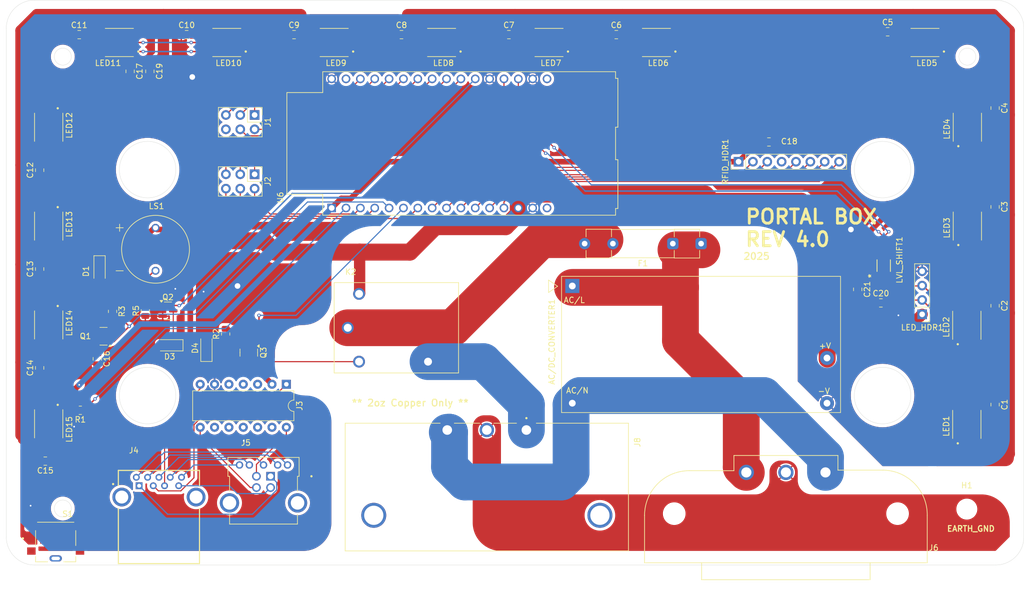
<source format=kicad_pcb>
(kicad_pcb (version 20240108) (generator "pcbnew") (generator_version "8.0")
  (layers (0 "F.Cu" signal "Top Layer") (31 "B.Cu" signal "Bottom Layer") (34 "B.Paste" user "Bottom Paste") (35 "F.Paste" user "Top Paste") (36 "B.SilkS" user "Bottom Overlay") (37 "F.SilkS" user "Top Overlay") (38 "B.Mask" user "Bottom Solder") (39 "F.Mask" user "Top Solder") (44 "Edge.Cuts" user))
  (net 0 "")
  (net 1 "/Earth_Gnd")
  (net 2 "/Recep_AC_L")
  (net 5 "Net-(F1-Pad2)")
  (net 6 "GND")
  (net 7 "/GPIO15")
  (net 8 "/GPIO5")
  (net 9 "/GPIO17")
  (net 11 "/GPIO4")
  (net 12 "/GPIO0")
  (net 14 "/GPIO19")
  (net 15 "/AC_L")
  (net 16 "/GPIO22")
  (net 17 "/GPIO21")
  (net 18 "/GPIO20")
  (net 19 "/GPIO18")
  (net 20 "/GPIO23")
  (net 21 "/AC_N")
  (net 24 "Net-(D1-A)")
  (net 27 "Net-(J4-Pin_9)")
  (net 30 "Net-(J4-Pin_7)")
  (net 31 "Net-(J4-Pin_6)")
  (net 35 "Net-(J4-Pin_1)")
  (net 36 "/D-_2")
  (net 37 "/D+_2")
  (net 38 "/D+_1")
  (net 39 "/5V")
  (net 40 "/D-_1")
  (net 41 "/3.3V")
  (net 42 "/BUZZER")
  (net 43 "/Int_sig")
  (net 44 "/Reset")
  (net 45 "/LED_clock")
  (net 46 "/LED_data")
  (net 47 "/GPIO16")
  (net 48 "Net-(J4-Pin_5)")
  (net 49 "/AC_Relay")
  (net 50 "Net-(J4-Pin_8)")
  (net 51 "Net-(J4-Pin_4)")
  (net 52 "/LED_data_5V")
  (net 53 "/LED_clock_5V")
  (net 54 "Net-(LED1-CO)")
  (net 55 "Net-(LED1-DO)")
  (net 56 "Net-(LED2-CO)")
  (net 57 "Net-(LED2-DO)")
  (net 58 "Net-(LED3-DO)")
  (net 59 "Net-(LED3-CO)")
  (net 60 "Net-(LED4-DO)")
  (net 61 "Net-(LED4-CO)")
  (net 62 "Net-(LED5-DO)")
  (net 63 "Net-(LED5-CO)")
  (net 64 "Net-(LED6-DO)")
  (net 65 "Net-(LED6-CO)")
  (net 66 "Net-(LED7-CO)")
  (net 67 "Net-(LED7-DO)")
  (net 68 "Net-(LED8-DO)")
  (net 69 "Net-(LED8-CO)")
  (net 70 "Net-(LED10-DI)")
  (net 71 "Net-(LED10-CI)")
  (net 72 "Net-(LED10-DO)")
  (net 73 "Net-(LED10-CO)")
  (net 74 "Net-(LED11-CO)")
  (net 75 "Net-(LED11-DO)")
  (net 76 "Net-(LED12-DO)")
  (net 77 "Net-(LED12-CO)")
  (net 78 "Net-(LED13-DO)")
  (net 79 "Net-(LED13-CO)")
  (net 80 "Net-(LED14-DO)")
  (net 81 "Net-(LED14-CO)")
  (net 84 "Net-(D3-A)")
  (net 85 "Net-(RFID_HDR1-Pin_7)")
  (net 86 "Net-(RFID_HDR1-Pin_8)")
  (net 87 "Net-(RFID_HDR1-Pin_6)")
  (net 89 "Net-(RFID_HDR1-Pin_5)")
  (net 90 "Net-(RFID_HDR1-Pin_2)")
  (net 91 "Net-(RFID_HDR1-Pin_3)")
  (net 92 "Net-(D4-A)")
  (footprint "Package_DIP:DIP-14_W7.62mm" (layer "F.Cu") (at 97.09299 109.3964 -90)
    (property "Reference" "J3")
    (property "Value" "USB Interlock DIP Socket")
  )
  (footprint "Resistor_SMD:R_0805_2012Metric" (layer "F.Cu") (at 72.15299 96.3964 90)
    (property "Reference" "R5")
    (property "Value" "10k")
  )
  (footprint "Resistor_SMD:R_0805_2012Metric" (layer "F.Cu") (at 86.35299 100.4964 90)
    (property "Reference" "R2")
    (property "Value" "10k")
  )
  (footprint "Capacitor_SMD:C_0805_2012Metric" (layer "F.Cu") (at 222.45409 78 -90)
    (property "Reference" "C3")
    (property "Value" "SMD 0805")
  )
  (footprint "Capacitor_SMD:C_0805_2012Metric" (layer "F.Cu") (at 72.95409 54 -90)
    (property "Reference" "C19")
    (property "Value" "10u")
  )
  (footprint "Package_TO_SOT_SMD:SOT-23" (layer "F.Cu") (at 64.75299 100.8964 180)
    (property "Reference" "Q1")
    (property "Value" "DMN6140L")
  )
  (footprint "ECEG400:APA102C-5050" (layer "F.Cu") (at 86.55299 48.8964 180)
    (property "Reference" "LED10")
    (property "Value" "APA102C")
  )
  (footprint "Converter_ACDC:Converter_ACDC_MeanWell_MFM-15-xx_THT" (layer "F.Cu") (at 147.67159 92)
    (property "Reference" "AC/DC_CONVERTER1")
    (property "Value" "MFM-20-5")
  )
  (footprint "ECEG400:APA102C-5050" (layer "F.Cu") (at 55.05299 116.3964 -90)
    (property "Reference" "LED15")
    (property "Value" "APA102C")
  )
  (footprint "Capacitor_SMD:C_0805_2012Metric" (layer "F.Cu") (at 98.45409 47.5)
    (property "Reference" "C9")
    (property "Value" "SMD 0805")
  )
  (footprint "Capacitor_SMD:C_0805_2012Metric" (layer "F.Cu") (at 53.45409 89 90)
    (property "Reference" "C13")
    (property "Value" "SMD 0805")
  )
  (footprint "Capacitor_SMD:C_0805_2012Metric" (layer "F.Cu") (at 63.65299 104.8964 -90)
    (property "Reference" "C16")
    (property "Value" "2.2u")
  )
  (footprint "Capacitor_SMD:C_0805_2012Metric" (layer "F.Cu") (at 53.45409 71.5 90)
    (property "Reference" "C12")
    (property "Value" "SMD 0805")
  )
  (footprint "Package_TO_SOT_SMD:SOT-23" (layer "F.Cu") (at 76.15299 96.3964)
    (property "Reference" "Q2")
    (property "Value" "DMN6140L")
  )
  (footprint "ECEG400:APA102C-5050" (layer "F.Cu") (at 105.55299 48.8964 180)
    (property "Reference" "LED9")
    (property "Value" "APA102C")
  )
  (footprint "Fuse:Fuseholder_Clip-5x20mm_Schurter_CQM_Inline_P20.60x5.00mm_D1.00mm_Horizontal" (layer "F.Cu") (at 170.45409 84.5 180)
    (property "Reference" "F1")
    (property "Value" "Fuse")
  )
  (footprint "ECEG400:BULGIN_PX0675_PC" (layer "F.Cu") (at 132.55299 130.3964 -90)
    (property "Reference" "J8")
    (property "Value" "PX0675_PC")
  )
  (footprint "ECEG400:APA102C-5050" (layer "F.Cu") (at 217.55299 81.3964 90)
    (property "Reference" "LED3")
    (property "Value" "APA102C")
  )
  (footprint "Diode_SMD:D_SOD-123" (layer "F.Cu") (at 76.45409 102.5 180)
    (property "Reference" "D3")
    (property "Value" "D")
  )
  (footprint "ECEG400:AMPHENOL_GSB4211311WEU" (layer "F.Cu") (at 93.05299 130.3964)
    (property "Reference" "J5")
    (property "Value" "Conn_01x11")
  )
  (footprint "ECEG400:APA102C-5050" (layer "F.Cu") (at 162.55299 48.8964 180)
    (property "Reference" "LED6")
    (property "Value" "APA102C")
  )
  (footprint "Capacitor_SMD:C_0805_2012Metric" (layer "F.Cu") (at 79.45409 47.5)
    (property "Reference" "C10")
    (property "Value" "SMD 0805")
  )
  (footprint "Capacitor_SMD:C_0805_2012Metric" (layer "F.Cu") (at 222.45409 95.5 -90)
    (property "Reference" "C2")
    (property "Value" "SMD 0805")
  )
  (footprint "Capacitor_SMD:C_0805_2012Metric" (layer "F.Cu") (at 182.45409 66.5 180)
    (property "Reference" "C18")
    (property "Value" "4.7u")
  )
  (footprint "ECEG400:SW_TL3336AF160Q" (layer "F.Cu") (at 56.29159 140.225 180)
    (property "Reference" "S1")
    (property "Value" "TL3336AF160Q")
  )
  (footprint "ECEG400:APA102C-5050" (layer "F.Cu") (at 217.45409 98.9536 90)
    (property "Reference" "LED2")
    (property "Value" "APA102C")
  )
  (footprint "Capacitor_SMD:C_0805_2012Metric" (layer "F.Cu") (at 117.45409 47.5)
    (property "Reference" "C8")
    (property "Value" "SMD 0805")
  )
  (footprint "Capacitor_SMD:C_0805_2012Metric" (layer "F.Cu") (at 54.45409 123 180)
    (property "Reference" "C15")
    (property "Value" "SMD 0805")
  )
  (footprint "Capacitor_SMD:C_0805_2012Metric" (layer "F.Cu") (at 136.45409 47.5)
    (property "Reference" "C7")
    (property "Value" "SMD 0805")
  )
  (footprint "ECEG400:APA102C-5050" (layer "F.Cu") (at 55.05299 81.3964 -90)
    (property "Reference" "LED13")
    (property "Value" "APA102C")
  )
  (footprint "ECEG400:APA102C-5050" (layer "F.Cu") (at 55.05299 63.8964 -90)
    (property "Reference" "LED12")
    (property "Value" "APA102C")
  )
  (footprint "ECEG400:APA102C-5050" (layer "F.Cu") (at 67.55299 48.8964 180)
    (property "Reference" "LED11")
    (property "Value" "APA102C")
  )
  (footprint "Capacitor_SMD:C_0805_2012Metric" (layer "F.Cu") (at 202.25299 94.9964)
    (property "Reference" "C20")
    (property "Value" "Capacitor - 4.7uF" (hide yes))
  )
  (footprint "ECEG400:GCT_USB1135-15-9-L-B_REVA1" (layer "F.Cu") (at 74.55299 129.3664)
    (property "Reference" "J4")
    (property "Value" "Conn_01x11")
  )
  (footprint "Diode_SMD:D_SOD-123" (layer "F.Cu") (at 64.05299 89 -90)
    (property "Reference" "D1")
    (property "Value" "D")
  )
  (footprint "Capacitor_SMD:C_0805_2012Metric" (layer "F.Cu") (at 203.45409 47)
    (property "Reference" "C5")
    (property "Value" "SMD 0805")
  )
  (footprint "ECEG400:APA102C-5050" (layer "F.Cu") (at 55.05299 98.8964 -90)
    (property "Reference" "LED14")
    (property "Value" "APA102C")
  )
  (footprint "ECEG400:XDCR_AI-1223-TWT-3V-2-R" (layer "F.Cu") (at 73.95409 85.5)
    (property "Reference" "LS1")
    (property "Value" "AI-1223-TWT-3V-2-R")
  )
  (footprint "ECEG400:APA102C-5050" (layer "F.Cu") (at 217.45409 116.5 90)
    (property "Reference" "LED1")
    (property "Value" "APA102C")
  )
  (footprint "Capacitor_SMD:C_0805_2012Metric" (layer "F.Cu") (at 69.45409 54 -90)
    (property "Reference" "C17")
    (property "Value" "1u")
  )
  (footprint "ECEG400:APA102C-5050" (layer "F.Cu") (at 217.55299 63.8964 90)
    (property "Reference" "LED4")
    (property "Value" "APA102C")
  )
  (footprint "ECEG400:APA102C-5050" (layer "F.Cu") (at 124.55299 48.8964 180)
    (property "Reference" "LED8")
    (property "Value" "APA102C")
  )
  (footprint "Package_TO_SOT_SMD:SOT-23" (layer "F.Cu") (at 90.45299 103.7964 -90)
    (property "Reference" "Q3")
    (property "Value" "DMN6140L")
  )
  (footprint "ECEG400:VSSOP8_SOT765-1_NEX" (layer "F.Cu") (at 202.75299 88.3964 90)
    (property "Reference" "LVL_SHIFT1")
    (property "Value" "74LVC1T45GW-Q100H-2" (hide yes))
  )
  (footprint "Resistor_SMD:R_0805_2012Metric" (layer "F.Cu") (at 60.65299 114 180)
    (property "Reference" "R1")
    (property "Value" "10k")
  )
  (footprint "MountingHole:MountingHole_3.2mm_M3" (layer "F.Cu") (at 217.45409 131.5)
    (property "Reference" "H1")
    (property "Value" "MountingHole_Pad")
  )
  (footprint "Connector_PinHeader_2.54mm:PinHeader_2x03_P2.54mm_Vertical" (layer "F.Cu") (at 91.47909 72.225 -90)
    (property "Reference" "J2")
    (property "Value" "GPIO_Header_2")
  )
  (footprint "Connector_PinHeader_2.54mm:PinHeader_2x03_P2.54mm_Vertical" (layer "F.Cu") (at 91.47909 61.725 -90)
    (property "Reference" "J1")
    (property "Value" "GPIO_Header_1")
  )
  (footprint "Resistor_SMD:R_0805_2012Metric" (layer "F.Cu") (at 66.35299 96.4964 -90)
    (property "Reference" "R3")
    (property "Value" "10k")
  )
  (footprint "ECEG400:APA102C-5050" (layer "F.Cu") (at 143.55299 48.8964 180)
    (property "Reference" "LED7")
    (property "Value" "APA102C")
  )
  (footprint "Diode_SMD:D_SOD-123" (layer "F.Cu") (at 82.95409 103 90)
    (property "Reference" "D4")
    (property "Value" "D")
  )
  (footprint "Capacitor_SMD:C_0805_2012Metric" (layer "F.Cu") (at 53.45409 106.5 90)
    (property "Reference" "C14")
    (property "Value" "SMD 0805")
  )
  (footprint "Connector_PinHeader_2.54mm:PinHeader_1x04_P2.54mm_Vertical" (layer "F.Cu") (at 209.55299 97.0164 180)
    (property "Reference" "LED_HDR1")
    (property "Value" "4-Pin Header, No Key" (hide yes))
  )
  (footprint "ECEG400:RELAY_PR28-5V-360-1A-E" (layer "F.Cu") (at 116.05299 99.3964)
    (property "Reference" "K2")
    (property "Value" "PR28-5V-360-1A-E")
  )
  (footprint "Capacitor_SMD:C_0805_2012Metric" (layer "F.Cu") (at 222.45409 60.5 -90)
    (property "Reference" "C4")
    (property "Value" "SMD 0805")
  )
  (footprint "Capacitor_SMD:C_0805_2012Metric" (layer "F.Cu") (at 198.15299 92.5964 -90)
    (property "Reference" "C21")
    (property "Value" "Capacitor - 4.7uF" (hide yes))
  )
  (footprint "Capacitor_SMD:C_0805_2012Metric" (layer "F.Cu") (at 60.45409 47.5)
    (property "Reference" "C11")
    (property "Value" "SMD 0805")
  )
  (footprint "ECEG400:APA102C-5050" (layer "F.Cu") (at 210.05299 48.8964 180)
    (property "Reference" "LED5")
    (property "Value" "APA102C")
  )
  (footprint "ECEG400:MODULE_ESP32-C6-DEVKITC-1-N8" (layer "F.Cu") (at 129.42909 66.7625 90)
    (property "Reference" "U6")
    (property "Value" "ESP32-C6-DEVKITC-1-N8")
  )
  (footprint "Capacitor_SMD:C_0805_2012Metric" (layer "F.Cu") (at 222.45409 113 -90)
    (property "Reference" "C1")
    (property "Value" "SMD 0805")
  )
  (footprint "Capacitor_SMD:C_0805_2012Metric" (layer "F.Cu") (at 155.45409 47.5)
    (property "Reference" "C6")
    (property "Value" "SMD 0805")
  )
  (footprint "Connector_PinHeader_2.54mm:PinHeader_1x08_P2.54mm_Vertical" (layer "F.Cu") (at 177.07909 70 90)
    (property "Reference" "RFID_HDR1")
    (property "Value" "826926-8")
  )
  (footprint "ECEG400:QUALTEK_703W-00_53" (layer "F.Cu") (at 185.45409 125 180)
    (property "Reference" "J6")
    (property "Value" "703W-00_53")
  )
  (gr_arc (start 52.55299 141.3964) (mid 49.017463 139.93193) (end 47.55299 136.3964) (stroke (width 0.05)) (layer "Edge.Cuts"))
  (gr_line (start 222.55299 141.3964) (end 52.55299 141.3964) (stroke (width 0.05)) (layer "Edge.Cuts"))
  (gr_circle (center 72.55299 111.3964) (end 72.55299 106.3964) (stroke (width 0.05)) (fill none) (layer "Edge.Cuts"))
  (gr_circle (center 72.55299 71.3964) (end 72.55299 66.3964) (stroke (width 0.05)) (fill none) (layer "Edge.Cuts"))
  (gr_circle (center 217.55299 51.3964) (end 217.55299 49.8964) (stroke (width 0.05)) (fill none) (layer "Edge.Cuts"))
  (gr_circle (center 57.55299 131.3964) (end 57.55299 129.8964) (stroke (width 0.05)) (fill none) (layer "Edge.Cuts"))
  (gr_line (start 52.55299 41.3964) (end 222.55299 41.3964) (stroke (width 0.05)) (layer "Edge.Cuts"))
  (gr_arc (start 47.55299 46.3964) (mid 49.017456 42.860866) (end 52.55299 41.3964) (stroke (width 0.05)) (layer "Edge.Cuts"))
  (gr_line (start 47.55299 136.3964) (end 47.55299 46.3964) (stroke (width 0.05)) (layer "Edge.Cuts"))
  (gr_arc (start 222.55299 41.3964) (mid 226.08853 42.860863) (end 227.55299 46.3964) (stroke (width 0.05)) (layer "Edge.Cuts"))
  (gr_circle (center 57.55299 51.3964) (end 57.55299 49.8964) (stroke (width 0.05)) (fill none) (layer "Edge.Cuts"))
  (gr_circle (center 202.55299 111.3964) (end 202.55299 106.3964) (stroke (width 0.05)) (fill none) (layer "Edge.Cuts"))
  (gr_circle (center 202.55299 71.3964) (end 202.55299 66.3964) (stroke (width 0.05)) (fill none) (layer "Edge.Cuts"))
  (gr_arc (start 227.55299 136.3964) (mid 226.088524 139.931934) (end 222.55299 141.3964) (stroke (width 0.05)) (layer "Edge.Cuts"))
  (gr_line (start 227.55299 46.3964) (end 227.55299 136.3964) (stroke (width 0.05)) (layer "Edge.Cuts"))
  (gr_text "EARTH_GND" (at 213.85299 135.55229 0) (layer "F.SilkS") (effects (font (size 1 1) (thickness 0.2)) (justify left bottom)))
  (gr_text "2025" (at 177.85299 87.4434 0) (layer "F.SilkS") (effects (font (size 1.2 1.2) (thickness 0.2)) (justify left bottom)))
  (gr_text "REV 4.0" (at 178.05299 85.20265 0) (layer "F.SilkS") (effects (font (size 2.5 2.5) (thickness 0.5)) (justify left bottom)))
  (gr_text "** 2oz Copper Only **" (at 108.55299 113.3964 0) (layer "F.SilkS") (effects (font (size 1.2 1.2) (thickness 0.2)) (justify left bottom)))
  (gr_text "PORTAL BOX" (at 178.05299 81.20265 0) (layer "F.SilkS") (effects (font (size 2.5 2.5) (thickness 0.5)) (justify left bottom)))
  (segment (start 131.95049 105.3964) (end 122.15299 105.3964) (width 6.5) (layer "B.Cu") (net 2))
  (segment (start 139.55299 112.9989) (end 131.95049 105.3964) (width 6.5) (layer "B.Cu") (net 2))
  (segment (start 139.55299 117.4964) (end 139.55299 112.9989) (width 6.5) (layer "B.Cu") (net 2))
  (segment (start 142.1606 83.7964) (end 153.45299 83.7964) (width 6.5) (layer "F.Cu") (net 5))
  (segment (start 107.95299 99.3964) (end 126.5606 99.3964) (width 6.5) (layer "F.Cu") (net 5))
  (segment (start 126.5606 99.3964) (end 142.1606 83.7964) (width 6.5) (layer "F.Cu") (net 5))
  (segment (start 203.50299 88.3964) (end 208.55299 88.3964) (width 0.254) (layer "F.Cu") (net 6))
  (segment (start 203.50299 88.3964) (end 203.50299 86.8464) (width 0.254) (layer "F.Cu") (net 6))
  (segment (start 74.61919 97.51765) (end 74.79044 97.3464) (width 0.254) (layer "F.Cu") (net 6))
  (segment (start 208.55299 88.3964) (end 209.55299 89.3964) (width 0.254) (layer "F.Cu") (net 6))
  (segment (start 74.79044 97.3464) (end 75.09299 97.3464) (width 0.254) (layer "F.Cu") (net 6))
  (segment (start 203.50299 89.9464) (end 203.50299 88.3964) (width 0.254) (layer "F.Cu") (net 6))
  (via (at 51.85299 130.8964) (size 0.6) (drill 0.3) (layers "F.Cu" "B.Cu") (net 6))
  (via (at 59.55299 116.8964) (size 0.6) (drill 0.3) (layers "F.Cu" "B.Cu") (net 6))
  (via (at 82.45409 93) (size 0.6) (drill 0.3) (layers "F.Cu" "B.Cu") (net 6))
  (via (at 77.45409 92.5) (size 0.6) (drill 0.3) (layers "F.Cu" "B.Cu") (net 6))
  (via (at 205.35299 97.1964) (size 0.6) (drill 0.3) (layers "F.Cu" "B.Cu") (net 6))
  (via (at 80.45409 55) (size 1.5) (drill 1) (layers "F.Cu" "B.Cu") (net 6))
  (via (at 196.95409 82) (size 1.5) (drill 1) (layers "F.Cu" "B.Cu") (net 6))
  (via (at 88.45409 92) (size 1.5) (drill 1) (layers "F.Cu" "B.Cu") (net 6))
  (via (at 89.55299 119.3964) (size 0.6) (drill 0.3) (layers "F.Cu" "B.Cu") (net 6))
  (segment (start 90.45409 60.21) (end 88.93909 61.725) (width 0.2) (layer "F.Cu") (net 7))
  (segment (start 112.72409 55.3325) (end 110.55659 57.5) (width 0.2) (layer "F.Cu") (net 7))
  (segment (start 90.45409 57.5) (end 90.45409 60.21) (width 0.2) (layer "F.Cu") (net 7))
  (segment (start 110.55659 57.5) (end 90.45409 57.5) (width 0.2) (layer "F.Cu") (net 7))
  (segment (start 88.93909 76.485) (end 88.93909 74.765) (width 0.2) (layer "F.Cu") (net 8))
  (segment (start 112.72409 78.1925) (end 111.26209 79.6545) (width 0.2) (layer "F.Cu") (net 8))
  (segment (start 111.26209 79.6545) (end 92.10859 79.6545) (width 0.2) (layer "F.Cu") (net 8))
  (segment (start 92.10859 79.6545) (end 88.93909 76.485) (width 0.2) (layer "F.Cu") (net 8))
  (segment (start 88.45409 57) (end 88.45409 59.67) (width 0.2) (layer "F.Cu") (net 9))
  (segment (start 108.51659 57) (end 88.45409 57) (width 0.2) (layer "F.Cu") (net 9))
  (segment (start 110.18409 55.3325) (end 108.51659 57) (width 0.2) (layer "F.Cu") (net 9))
  (segment (start 88.45409 59.67) (end 86.39909 61.725) (width 0.2) (layer "F.Cu") (net 9))
  (segment (start 109.12209 79.2545) (end 94.20859 79.2545) (width 0.2) (layer "F.Cu") (net 11))
  (segment (start 110.18409 78.1925) (end 109.12209 79.2545) (width 0.2) (layer "F.Cu") (net 11))
  (segment (start 91.47909 76.475) (end 91.47909 74.765) (width 0.2) (layer "F.Cu") (net 11))
  (segment (start 94.20859 79.2545) (end 91.45409 76.5) (width 0.2) (layer "F.Cu") (net 11))
  (segment (start 91.45409 76.5) (end 91.47909 76.475) (width 0.2) (layer "F.Cu") (net 11))
  (segment (start 89.50859 80.0545) (end 86.45409 77) (width 0.2) (layer "F.Cu") (net 12))
  (segment (start 86.39909 76.445) (end 86.39909 74.765) (width 0.2) (layer "F.Cu") (net 12))
  (segment (start 118.48209 80.0545) (end 89.50859 80.0545) (width 0.2) (layer "F.Cu") (net 12))
  (segment (start 86.45409 76.5) (end 86.39909 76.445) (width 0.2) (layer "F.Cu") (net 12))
  (segment (start 120.34409 78.1925) (end 118.48209 80.0545) (width 0.2) (layer "F.Cu") (net 12))
  (segment (start 86.45409 77) (end 86.45409 76.5) (width 0.2) (layer "F.Cu") (net 12))
  (segment (start 88.95409 70) (end 88.93909 70.015) (width 0.2) (layer "F.Cu") (net 14))
  (segment (start 88.95409 69.5) (end 88.95409 70) (width 0.2) (layer "F.Cu") (net 14))
  (segment (start 112.75659 68) (end 90.45409 68) (width 0.2) (layer "F.Cu") (net 14))
  (segment (start 125.42409 55.3325) (end 112.75659 68) (width 0.2) (layer "F.Cu") (net 14))
  (segment (start 90.45409 68) (end 88.95409 69.5) (width 0.2) (layer "F.Cu") (net 14))
  (segment (start 88.93909 70.015) (end 88.93909 72.225) (width 0.2) (layer "F.Cu") (net 14))
  (segment (start 147.70299 92.2464) (end 166.80299 92.2464) (width 6.5) (layer "F.Cu") (net 15))
  (segment (start 166.00299 85.5964) (end 170.60299 85.5964) (width 6.5) (layer "F.Cu") (net 15))
  (segment (start 178.45409 125) (end 177.55299 124.0989) (width 6.5) (layer "F.Cu") (net 15))
  (segment (start 166.80299 92.2464) (end 166.80299 86.3964) (width 6.5) (layer "F.Cu") (net 15))
  (segment (start 166.80299 101.6464) (end 166.80299 92.2464) (width 6.5) (layer "F.Cu") (net 15))
  (segment (start 177.55299 124.0989) (end 177.55299 112.3964) (width 6.5) (layer "F.Cu") (net 15))
  (segment (start 177.55299 112.3964) (end 166.80299 101.6464) (width 6.5) (layer "F.Cu") (net 15))
  (segment (start 94.45409 63) (end 93.18909 64.265) (width 0.2) (layer "F.Cu") (net 16))
  (segment (start 94.95409 60) (end 94.45409 60.5) (width 0.2) (layer "F.Cu") (net 16))
  (segment (start 94.45409 60.5) (end 94.45409 63) (width 0.2) (layer "F.Cu") (net 16))
  (segment (start 93.18909 64.265) (end 91.47909 64.265) (width 0.2) (layer "F.Cu") (net 16))
  (segment (start 117.80409 55.3325) (end 113.13659 60) (width 0.2) (layer "F.Cu") (net 16))
  (segment (start 113.13659 60) (end 94.95409 60) (width 0.2) (layer "F.Cu") (net 16))
  (segment (start 98.45409 61) (end 95.45409 64) (width 0.2) (layer "F.Cu") (net 17))
  (segment (start 95.45409 64) (end 95.45409 64.5) (width 0.2) (layer "F.Cu") (net 17))
  (segment (start 90.08909 65.415) (end 88.93909 64.265) (width 0.2) (layer "F.Cu") (net 17))
  (segment (start 94.53909 65.415) (end 90.08909 65.415) (width 0.2) (layer "F.Cu") (net 17))
  (segment (start 95.45409 64.5) (end 94.53909 65.415) (width 0.2) (layer "F.Cu") (net 17))
  (segment (start 120.34409 55.3325) (end 114.67659 61) (width 0.2) (layer "F.Cu") (net 17))
  (segment (start 114.67659 61) (end 98.45409 61) (width 0.2) (layer "F.Cu") (net 17))
  (segment (start 86.39909 70.055) (end 86.39909 72.225) (width 0.2) (layer "F.Cu") (net 18))
  (segment (start 86.45409 68.5) (end 86.45409 70) (width 0.2) (layer "F.Cu") (net 18))
  (segment (start 110.71659 67.5) (end 87.45409 67.5) (width 0.2) (layer "F.Cu") (net 18))
  (segment (start 87.45409 67.5) (end 86.45409 68.5) (width 0.2) (layer "F.Cu") (net 18))
  (segment (start 86.45409 70) (end 86.39909 70.055) (width 0.2) (layer "F.Cu") (net 18))
  (segment (start 122.88409 55.3325) (end 110.71659 67.5) (width 0.2) (layer "F.Cu") (net 18))
  (segment (start 91.95409 70) (end 91.47909 70.475) (width 0.2) (layer "F.Cu") (net 19))
  (segment (start 92.95409 68.5) (end 91.95409 69.5) (width 0.2) (layer "F.Cu") (net 19))
  (segment (start 91.95409 69.5) (end 91.95409 70) (width 0.2) (layer "F.Cu") (net 19))
  (segment (start 127.96409 55.3325) (end 114.79659 68.5) (width 0.2) (layer "F.Cu") (net 19))
  (segment (start 91.47909 70.475) (end 91.47909 72.225) (width 0.2) (layer "F.Cu") (net 19))
  (segment (start 114.79659 68.5) (end 92.95409 68.5) (width 0.2) (layer "F.Cu") (net 19))
  (segment (start 111.59659 59) (end 92.45409 59) (width 0.2) (layer "F.Cu") (net 20))
  (segment (start 115.26409 55.3325) (end 111.59659 59) (width 0.2) (layer "F.Cu") (net 20))
  (segment (start 92.45409 59.5) (end 91.47909 60.475) (width 0.2) (layer "F.Cu") (net 20))
  (segment (start 91.47909 60.475) (end 91.47909 61.725) (width 0.2) (layer "F.Cu") (net 20))
  (segment (start 92.45409 59) (end 92.45409 59.5) (width 0.2) (layer "F.Cu") (net 20))
  (segment (start 147.45409 124.98769) (end 145.74538 126.6964) (width 6.5) (layer "B.Cu") (net 21))
  (segment (start 125.95409 117.8975) (end 125.95299 117.8964) (width 6.5) (layer "B.Cu") (net 21))
  (segment (start 125.95299 117.8964) (end 125.55299 117.8964) (width 6.5) (layer "B.Cu") (net 21))
  (segment (start 125.95409 124) (end 125.95409 117.8975) (width 6.5) (layer "B.Cu") (net 21))
  (segment (start 147.67159 112.75) (end 149.02519 111.3964) (width 6.5) (layer "B.Cu") (net 21))
  (segment (start 192.45409 122.2975) (end 192.45409 125) (width 6.5) (layer "B.Cu") (net 21))
  (segment (start 149.02519 111.3964) (end 181.55299 111.3964) (width 6.5) (layer "B.Cu") (net 21))
  (segment (start 128.65049 126.6964) (end 125.95409 124) (width 6.5) (layer "B.Cu") (net 21))
  (segment (start 145.74538 126.6964) (end 128.65049 126.6964) (width 6.5) (layer "B.Cu") (net 21))
  (segment (start 181.55299 111.3964) (end 192.45409 122.2975) (width 6.5) (layer "B.Cu") (net 21))
  (segment (start 147.67159 112.75) (end 147.45409 112.9675) (width 6.5) (layer "B.Cu") (net 21))
  (segment (start 147.45409 112.9675) (end 147.45409 124.98769) (width 6.5) (layer "B.Cu") (net 21))
  (segment (start 63.69299 91.01) (end 64.00659 90.6964) (width 0.254) (layer "F.Cu") (net 24))
  (segment (start 72.35299 90.6964) (end 73.85299 89.1964) (width 0.254) (layer "F.Cu") (net 24))
  (segment (start 64.00659 90.6964) (end 72.35299 90.6964) (width 0.254) (layer "F.Cu") (net 24))
  (segment (start 63.65299 103.9464) (end 63.69299 103.9064) (width 0.254) (layer "F.Cu") (net 24))
  (segment (start 63.69299 103.9064) (end 63.69299 91.01) (width 0.254) (layer "F.Cu") (net 24))
  (segment (start 75.05299 121.8964) (end 74.52299 121.8964) (width 0.2) (layer "B.Cu") (net 27))
  (segment (start 97.30299 123.6864) (end 95.01299 121.3964) (width 0.2) (layer "B.Cu") (net 27))
  (segment (start 74.52299 121.8964) (end 70.55299 125.8664) (width 0.2) (layer "B.Cu") (net 27))
  (segment (start 95.01299 121.3964) (end 75.55299 121.3964) (width 0.2) (layer "B.Cu") (net 27))
  (segment (start 75.55299 121.3964) (end 75.05299 121.8964) (width 0.2) (layer "B.Cu") (net 27))
  (segment (start 91.69899 122.3324) (end 78.08699 122.3324) (width 0.2) (layer "B.Cu") (net 30))
  (segment (start 78.08699 122.3324) (end 74.55299 125.8664) (width 0.2) (layer "B.Cu") (net 30))
  (segment (start 93.05299 123.6864) (end 91.69899 122.3324) (width 0.2) (layer "B.Cu") (net 30))
  (segment (start 79.68699 122.7324) (end 89.59899 122.7324) (width 0.2) (layer "B.Cu") (net 31))
  (segment (start 76.55299 125.8664) (end 79.68699 122.7324) (width 0.2) (layer "B.Cu") (net 31))
  (segment (start 89.59899 122.7324) (end 90.55299 123.6864) (width 0.2) (layer "B.Cu") (net 31))
  (segment (start 91.091128 132.4044) (end 95.36799 128.127538) (width 0.2) (layer "B.Cu") (net 35))
  (segment (start 95.36799 128.127538) (end 95.36799 126.7514) (width 0.2) (layer "B.Cu") (net 35))
  (segment (start 95.36799 126.7514) (end 94.30299 125.6864) (width 0.2) (layer "B.Cu") (net 35))
  (segment (start 71.05299 127.3664) (end 76.09099 132.4044) (width 0.2) (layer "B.Cu") (net 35))
  (segment (start 76.09099 132.4044) (end 91.091128 132.4044) (width 0.2) (layer "B.Cu") (net 35))
  (segment (start 91.80299 123.58724) (end 97.09299 118.29724) (width 0.2) (layer "F.Cu") (net 36))
  (segment (start 97.09299 118.29724) (end 97.09299 117.0164) (width 0.2) (layer "F.Cu") (net 36))
  (segment (start 91.80299 125.6864) (end 91.80299 123.58724) (width 0.2) (layer "F.Cu") (net 36))
  (segment (start 90.721117 127.6864) (end 81.85299 118.818273) (width 0.2) (layer "F.Cu") (net 37))
  (segment (start 81.85299 118.818273) (end 81.85299 117.0164) (width 0.2) (layer "F.Cu") (net 37))
  (segment (start 91.80299 127.6864) (end 90.721117 127.6864) (width 0.2) (layer "F.Cu") (net 37))
  (segment (start 81.85299 110.188804) (end 81.85299 109.3964) (width 0.2) (layer "F.Cu") (net 38))
  (segment (start 75.55299 116.488804) (end 81.85299 110.188804) (width 0.2) (layer "F.Cu") (net 38))
  (segment (start 75.55299 127.3664) (end 75.55299 116.488804) (width 0.2) (layer "F.Cu") (net 38))
  (segment (start 224.95299 96.7964) (end 224.95299 79.3964) (width 2) (layer "F.Cu") (net 39))
  (segment (start 222.1122 43.95561) (end 224.95299 46.7964) (width 2) (layer "F.Cu") (net 39))
  (segment (start 135.89422 81.5) (end 138.12409 79.27013) (width 3) (layer "F.Cu") (net 39))
  (segment (start 79.75299 43.95561) (end 80.50299 44.70561) (width 1) (layer "F.Cu") (net 39))
  (segment (start 201.05299 98.6964) (end 204.50299 102.1464) (width 3) (layer "F.Cu") (net 39))
  (segment (start 172.75291 76.99632) (end 172.75299 76.9964) (width 1) (layer "F.Cu") (net 39))
  (segment (start 110.05299 86) (end 110.05299 93.2964) (width 2) (layer "F.Cu") (net 39))
  (segment (start 77.95299 102.4964) (end 80.15299 102.4964) (width 1) (layer "F.Cu") (net 39))
  (segment (start 224.80299 79.2464) (end 224.95299 79.3964) (width 0.254) (layer "F.Cu") (net 39))
  (segment (start 80.10299 102.4464) (end 80.10299 89.3464) (width 1) (layer "F.Cu") (net 39))
  (segment (start 204.50299 102.0664) (end 209.55299 97.0164) (width 2) (layer "F.Cu") (net 39))
  (segment (start 192.75299 98.6964) (end 201.05299 98.6964) (width 3) (layer "F.Cu") (net 39))
  (segment (start 137.50299 44.00561) (end 137.55299 43.95561) (width 0.254) (layer "F.Cu") (net 39))
  (segment (start 83.05299 105.0964) (end 82.45299 105.0964) (width 1) (layer "F.Cu") (net 39))
  (segment (start 53.45299 122.6464) (end 53.45299 118.5464) (width 1) (layer "F.Cu") (net 39))
  (segment (start 61.50299 47.2964) (end 61.50299 44.60561) (width 1) (layer "F.Cu") (net 39))
  (segment (start 207.60659 47) (end 207.90299 47.2964) (width 1) (layer "F.Cu") (net 39))
  (segment (start 53.45299 70.4464) (end 53.45299 66.0464) (width 1) (layer "F.Cu") (net 39))
  (segment (start 84.45409 84) (end 82.45409 82) (width 3) (layer "F.Cu") (net 39))
  (segment (start 137.50299 47.2964) (end 141.40299 47.2964) (width 1) (layer "F.Cu") (net 39))
  (segment (start 138.12409 79.27013) (end 138.12409 78.1925) (width 3) (layer "F.Cu") (net 39))
  (segment (start 53.50299 87.9964) (end 53.55299 87.9964) (width 1) (layer "F.Cu") (net 39))
  (segment (start 75.20769 50.7964) (end 72.95409 53.05) (width 1) (layer "F.Cu") (net 39))
  (segment (start 118.50299 47.2964) (end 122.40299 47.2964) (width 1) (layer "F.Cu") (net 39))
  (segment (start 50.20299 105.4464) (end 53.50299 105.4464) (width 1) (layer "F.Cu") (net 39))
  (segment (start 50.15299 105.4964) (end 50.15299 88.1964) (width 2) (layer "F.Cu") (net 39))
  (segment (start 82.45409 86.9953) (end 82.45409 82) (width 1) (layer "F.Cu") (net 39))
  (segment (start 224.95409 121.72373) (end 224.95409 111.5) (width 0.2) (layer "F.Cu") (net 39))
  (segment (start 50.15299 88.1964) (end 50.15299 70.5964) (width 2) (layer "F.Cu") (net 39))
  (segment (start 104.95409 86) (end 95.121414 86) (width 3) (layer "F.Cu") (net 39))
  (segment (start 74.25409 82) (end 73.95409 81.7) (width 1) (layer "F.Cu") (net 39))
  (segment (start 80.10299 89.3464) (end 82.45409 86.9953) (width 1) (layer "F.Cu") (net 39))
  (segment (start 137.55299 43.95561) (end 156.55299 43.95561) (width 2) (layer "F.Cu") (net 39))
  (segment (start 172.45769 76.9964) (end 171.19179 75.7305) (width 3) (layer "F.Cu") (net 39))
  (segment (start 82.20299 104.8464) (end 82.20299 104.5464) (width 1) (layer "F.Cu") (net 39))
  (segment (start 118.95409 86) (end 123.45409 81.5) (width 3) (layer "F.Cu") (net 39))
  (segment (start 53.60299 122.8964) (end 53.60299 122.7964) (width 1) (layer "F.Cu") (net 39))
  (segment (start 79.75299 43.95561) (end 99.65299 43.95561) (width 2) (layer "F.Cu") (net 39))
  (segment (start 204.70299 47.1964) (end 204.80299 47.2964) (width 0.254) (layer "F.Cu") (net 39))
  (segment (start 224.95299 61.6964) (end 224.95299 46.7964) (width 2) (layer "F.Cu") (net 39))
  (segment (start 222.35299 61.7464) (end 224.90299 61.7464) (width 1) (layer "F.Cu") (net 39))
  (segment (start 79.17999 63.2259) (end 75.35299 59.3989) (width 2) (layer "F.Cu") (net 39))
  (segment (start 207.95409 43.95561) (end 222.1122 43.95561) (width 2) (layer "F.Cu") (net 39))
  (segment (start 139.644296 75.7305) (end 138.12409 77.250706) (width 3) (layer "F.Cu") (net 39))
  (segment (start 75.35299 50.7964) (end 75.35299 43.95561) (width 2) (layer "F.Cu") (net 39))
  (segment (start 138.12409 77.250706) (end 138.12409 78.1925) (width 3) (layer "F.Cu") (net 39))
  (segment (start 188.15299 76.9964) (end 192.75299 81.5964) (width 3) (layer "F.Cu") (net 39))
  (segment (start 62.15299 43.95561) (end 75.35299 43.95561) (width 2) (layer "F.Cu") (net 39))
  (segment (start 118.50299 47.2964) (end 118.50299 44.00561) (width 1) (layer "F.Cu") (net 39))
  (segment (start 172.75299 76.9964) (end 188.15299 76.9964) (width 3) (layer "F.Cu") (net 39))
  (segment (start 207.85659 105.5) (end 207.95409 105.5) (width 3) (layer "F.Cu") (net 39))
  (segment (start 92.15659 107) (end 84.95659 107) (width 1) (layer "F.Cu") (net 39))
  (segment (start 212.21035 122.3964) (end 224.28142 122.3964) (width 3) (layer "F.Cu") (net 39))
  (segment (start 224.95409 121.72373) (end 224.95409 96.7975) (width 2) (layer "F.Cu") (net 39))
  (segment (start 207.95409 43.95561) (end 207.95409 47.2453) (width 1) (layer "F.Cu") (net 39))
  (segment (start 224.90299 96.7464) (end 224.95299 96.7964) (width 1) (layer "F.Cu") (net 39))
  (segment (start 50.15299 46.7964) (end 52.99378 43.95561) (width 2) (layer "F.Cu") (net 39))
  (segment (start 156.50299 47.2964) (end 160.40299 47.2964) (width 1) (layer "F.Cu") (net 39))
  (segment (start 50.15299 88.1964) (end 50.35299 87.9964) (width 1) (layer "F.Cu") (net 39))
  (segment (start 207.95409 105.5) (end 210.45299 107.9989) (width 3) (layer "F.Cu") (net 39))
  (segment (start 156.50299 44.00561) (end 156.55299 43.95561) (width 1) (layer "F.Cu") (net 39))
  (segment (start 224.95409 96.7975) (end 224.95299 96.7964) (width 2) (layer "F.Cu") (net 39))
  (segment (start 207.95409 43.95561) (end 156.55299 43.95561) (width 2) (layer "F.Cu") (net 39))
  (segment (start 61.50299 44.60561) (end 62.15299 43.95561) (width 1) (layer "F.Cu") (net 39))
  (segment (start 82.45409 82) (end 79.17999 78.7259) (width 2) (layer "F.Cu") (net 39))
  (segment (start 210.45299 120.63904) (end 212.21035 122.3964) (width 3) (layer "F.Cu") (net 39))
  (segment (start 61.50299 47.2964) (end 65.40299 47.2964) (width 1) (layer "F.Cu") (net 39))
  (segment (start 99.50299 47.2964) (end 99.50299 44.10561) (width 1) (layer "F.Cu") (net 39))
  (segment (start 118.50299 44.00561) (end 118.55299 43.95561) (width 1) (layer "F.Cu") (net 39))
  (segment (start 219.15299 96.7464) (end 224.90299 96.7464) (width 1) (layer "F.Cu") (net 39))
  (segment (start 50.15299 119.3464) (end 53.45299 122.6464) (width 1) (layer "F.Cu") (net 39))
  (segment (start 207.95409 47.2453) (end 207.90299 47.2964) (width 1) (layer "F.Cu") (net 39))
  (segment (start 50.15299 105.4964) (end 50.20299 105.4464) (width 1) (layer "F.Cu") (net 39))
  (segment (start 80.50299 47.2964) (end 84.40299 47.2964) (width 1) (layer "F.Cu") (net 39))
  (segment (start 118.55299 43.95561) (end 137.55299 43.95561) (width 2) (layer "F.Cu") (net 39))
  (segment (start 50.15299 70.5964) (end 50.15299 46.7964) (width 2) (layer "F.Cu") (net 39))
  (segment (start 95.121414 86) (end 93.121414 84) (width 3) (layer "F.Cu") (net 39))
  (segment (start 156.50299 47.2964) (end 156.50299 44.00561) (width 1) (layer "F.Cu") (net 39))
  (segment (start 53.45299 105.3964) (end 53.45299 101.0464) (width 1) (layer "F.Cu") (net 39))
  (segment (start 171.19179 75.7305) (end 139.644296 75.7305) (width 3) (layer "F.Cu") (net 39))
  (segment (start 172.75299 76.9964) (end 172.45769 76.9964) (width 3) (layer "F.Cu") (net 39))
  (segment (start 99.50299 44.10561) (end 99.65299 43.95561) (width 1) (layer "F.Cu") (net 39))
  (segment (start 75.35299 59.3989) (end 75.35299 50.7964) (width 2) (layer "F.Cu") (net 39))
  (segment (start 204.50299 102.1464) (end 204.50299 102.0664) (width 2) (layer "F.Cu") (net 39))
  (segment (start 99.50299 47.2964) (end 103.40299 47.2964) (width 1) (layer "F.Cu") (net 39))
  (segment (start 224.95299 79.3964) (end 224.95299 61.6964) (width 2) (layer "F.Cu") (net 39))
  (segment (start 64.05299 87.35) (end 68.09939 87.35) (width 1) (layer "F.Cu") (net 39))
  (segment (start 82.45299 105.0964) (end 82.20299 104.8464) (width 1) (layer "F.Cu") (net 39))
  (segment (start 219.15299 79.2464) (end 222.25299 79.2464) (width 1) (layer "F.Cu") (net 39))
  (segment (start 94.55299 109.3964) (end 92.15659 107) (width 1) (layer "F.Cu") (net 39))
  (segment (start 110.05299 93.2964) (end 109.95299 93.3964) (width 2) (layer "F.Cu") (net 39))
  (segment (start 53.45299 87.9464) (end 53.50299 87.9964) (width 1) (layer "F.Cu") (net 39))
  (segment (start 80.50299 47.2964) (end 80.50299 44.70561) (width 1) (layer "F.Cu") (net 39))
  (segment (start 75.35299 43.95561) (end 79.75299 43.95561) (width 2) (layer "F.Cu") (net 39))
  (segment (start 224.28142 122.3964) (end 224.95299 121.72482) (width 2) (layer "F.Cu") (net 39))
  (segment (start 50.15299 119.3464) (end 50.15299 118.3964) (width 1) (layer "F.Cu") (net 39))
  (segment (start 84.95659 107) (end 83.05299 105.0964) (width 1) (layer "F.Cu") (net 39))
  (segment (start 137.50299 47.2964) (end 137.50299 44.00561) (width 1) (layer "F.Cu") (net 39))
  (segment (start 224.90299 61.7464) (end 224.95299 61.6964) (width 0.254) (layer "F.Cu") (net 39))
  (segment (start 53.45299 87.9464) (end 53.45299 83.5464) (width 1) (layer "F.Cu") (net 39))
  (segment (start 69.45409 53.05) (end 72.95409 53.05) (width 1) (layer "F.Cu") (net 39))
  (segment (start 82.20299 104.5464) (end 80.10299 102.4464) (width 1) (layer "F.Cu") (net 39))
  (segment (start 204.50299 102.1464) (end 207.85659 105.5) (width 3) (layer "F.Cu") (net 39))
  (segment (start 224.95409 111.5) (end 224.95409 114.5) (width 0.2) (layer "F.Cu") (net 39))
  (segment (start 204.40409 47) (end 207.60659 47) (width 1) (layer "F.Cu") (net 39))
  (segment (start 93.121414 84) (end 84.45409 84) (width 3) (layer "F.Cu") (net 39))
  (segment (start 192.75299 98.6964) (end 192.75299 81.5964) (width 3) (layer "F.Cu") (net 39))
  (segment (start 110.05299 86) (end 118.95409 86) (width 3) (layer "F.Cu") (net 39))
  (segment (start 75.35299 50.7964) (end 75.20769 50.7964) (width 1) (layer "F.Cu") (net 39))
  (segment (start 224.28142 122.3964) (end 224.95409 121.72373) (width 2) (layer "F.Cu") (net 39))
  (segment (start 224.95409 114.5) (end 224.80409 114.35) (width 0.2) (layer "F.Cu") (net 39))
  (segment (start 52.99378 43.95561) (end 62.15299 43.95561) (width 2) (layer "F.Cu") (net 39))
  (segment (start 123.45409 81.5) (end 135.89422 81.5) (width 3) (layer "F.Cu") (net 39))
  (segment (start 79.17999 78.7259) (end 79.17999 63.2259) (width 2) (layer "F.Cu") (net 39))
  (segment (start 219.15299 61.7464) (end 222.35299 61.7464) (width 1) (layer "F.Cu") (net 39))
  (segment (start 222.25299 79.2464) (end 224.80299 79.2464) (width 1) (layer "F.Cu") (net 39))
  (segment (start 219.05409 114.35) (end 224.80409 114.35) (width 0.6) (layer "F.Cu") (net 39))
  (segment (start 192.75299 104.9464) (end 192.75299 98.6964) (width 3) (layer "F.Cu") (net 39))
  (segment (start 68.09939 87.35) (end 73.85299 81.5964) (width 1) (layer "F.Cu") (net 39))
  (segment (start 50.35299 87.9964) (end 53.50299 87.9964) (width 1) (layer "F.Cu") (net 39))
  (segment (start 110.05299 86) (end 104.95409 86) (width 3) (layer "F.Cu") (net 39))
  (segment (start 53.45299 122.6464) (end 53.60299 122.7964) (width 1) (layer "F.Cu") (net 39))
  (segment (start 201.05299 97.1964) (end 201.05299 90.1964) (width 2) (layer "F.Cu") (net 39))
  (segment (start 82.45409 82) (end 74.25409 82) (width 1) (layer "F.Cu") (net 39))
  (segment (start 50.15299 70.5964) (end 53.50299 70.5964) (width 1) (layer "F.Cu") (net 39))
  (segment (start 207.90299 47.2964) (end 207.90299 47.10561) (width 0.2) (layer "F.Cu") (net 39))
  (segment (start 50.15299 118.3964) (end 50.15299 105.4964) (width 2) (layer "F.Cu") (net 39))
  (segment (start 210.45299 107.9989) (end 210.45299 120.63904) (width 3) (layer "F.Cu") (net 39))
  (segment (start 74.45699 128.2704) (end 78.42744 128.2704) (width 0.2) (layer "F.Cu") (net 40))
  (segment (start 80.75299 116.560765) (end 86.417355 110.8964) (width 0.2) (layer "F.Cu") (net 40))
  (segment (start 78.42744 128.2704) (end 80.75299 125.94485) (width 0.2) (layer "F.Cu") (net 40))
  (segment (start 86.417355 110.8964) (end 95.59299 110.8964) (width 0.2) (layer "F.Cu") (net 40))
  (segment (start 73.55299 127.3664) (end 74.45699 128.2704) (width 0.2) (layer "F.Cu") (net 40))
  (segment (start 80.75299 125.94485) (end 80.75299 116.560765) (width 0.2) (layer "F.Cu") (net 40))
  (segment (start 95.59299 110.8964) (end 97.09299 109.3964) (width 0.2) (layer "F.Cu") (net 40))
  (segment (start 106.79659 76.5) (end 105.10409 78.1925) (width 1) (layer "F.Cu") (net 41))
  (segment (start 59.74049 110.2136) (end 59.74049 114) (width 1) (layer "F.Cu") (net 41))
  (segment (start 198.20299 91.4464) (end 198.20299 90.1464) (width 1) (layer "F.Cu") (net 41))
  (segment (start 115 70) (end 108.5 76.5) (width 1) (layer "F.Cu") (net 41))
  (segment (start 198.20299 90.1464) (end 201.45409 86.8953) (width 1) (layer "F.Cu") (net 41))
  (segment (start 208.67999 64) (end 208.67999 73.92749) (width 1) (layer "F.Cu") (net 41))
  (segment (start 177.07909 70) (end 183.02909 64.05) (width 1) (layer "F.Cu") (net 41))
  (segment (start 200.45409 82.15339) (end 200.45409 83) (width 1) (layer "F.Cu") (net 41))
  (segment (start 200.45409 83) (end 201.45409 84) (width 1) (layer "F.Cu") (net 41))
  (segment (start 208.62999 64.05) (end 208.67999 64) (width 1) (layer "F.Cu") (net 41))
  (segment (start 177.07909 70) (end 115 70) (width 1) (layer "F.Cu") (net 41))
  (segment (start 201.45409 86.8953) (end 201.45409 84) (width 1) (layer "F.Cu") (net 41))
  (segment (start 183.02909 64.05) (end 208.62999 64.05) (width 1) (layer "F.Cu") (net 41))
  (segment (start 108.5 76.5) (end 106.79659 76.5) (width 1) (layer "F.Cu") (net 41))
  (segment (start 60.45409 109.5) (end 59.74049 110.2136) (width 1) (layer "F.Cu") (net 41))
  (segment (start 208.67999 73.92749) (end 200.45409 82.15339) (width 1) (layer "F.Cu") (net 41))
  (via (at 60.45409 109.5) (size 1) (drill 0.3) (layers "F.Cu" "B.Cu") (net 41))
  (segment (start 105.10409 78.1925) (end 84.55019 98.7464) (width 1) (layer "B.Cu") (net 41))
  (segment (start 71.20769 98.7464) (end 60.45409 109.5) (width 1) (layer "B.Cu") (net 41))
  (segment (start 84.55019 98.7464) (end 71.20769 98.7464) (width 1) (layer "B.Cu") (net 41))
  (segment (start 66.35291 97.4464) (end 67.60299 97.4464) (width 0.254) (layer "F.Cu") (net 42))
  (segment (start 65.81299 101.8464) (end 66.60299 101.8464) (width 0.254) (layer "F.Cu") (net 42))
  (segment (start 66.60299 101.8464) (end 69.30299 99.1464) (width 0.254) (layer "F.Cu") (net 42))
  (segment (start 67.60299 97.4464) (end 69.30299 99.1464) (width 0.254) (layer "F.Cu") (net 42))
  (via (at 69.30299 99.1464) (size 0.6) (drill 0.3) (layers "F.Cu" "B.Cu") (net 42))
  (segment (start 69.30299 99.1464) (end 71.44939 97) (width 0.2) (layer "B.Cu") (net 42))
  (segment (start 114.20209 77.1305) (end 115.26409 78.1925) (width 0.2) (layer "B.Cu") (net 42))
  (segment (start 80.964465 97) (end 100.833965 77.1305) (width 0.2) (layer "B.Cu") (net 42))
  (segment (start 100.833965 77.1305) (end 114.20209 77.1305) (width 0.2) (layer "B.Cu") (net 42))
  (segment (start 71.44939 97) (end 80.964465 97) (width 0.2) (layer "B.Cu") (net 42))
  (segment (start 72.15307 95.4464) (end 75.09299 95.4464) (width 0.254) (layer "F.Cu") (net 43))
  (segment (start 72.15307 95.4464) (end 72.20307 95.4964) (width 0.254) (layer "F.Cu") (net 43))
  (segment (start 75.09299 95.4464) (end 78.10299 95.4464) (width 0.254) (layer "F.Cu") (net 43))
  (segment (start 78.10299 95.4464) (end 78.12799 95.4714) (width 0.254) (layer "F.Cu") (net 43))
  (segment (start 72.20307 95.4964) (end 72.30307 95.4964) (width 0.254) (layer "F.Cu") (net 43))
  (via (at 78.12799 95.4714) (size 0.6) (drill 0.3) (layers "F.Cu" "B.Cu") (net 43))
  (segment (start 78.27799 95.4714) (end 98.15299 75.5964) (width 0.254) (layer "B.Cu") (net 43))
  (segment (start 78.12799 95.4714) (end 78.27799 95.4714) (width 0.254) (layer "B.Cu") (net 43))
  (segment (start 98.15299 75.5964) (end 110.24019 75.5964) (width 0.2) (layer "B.Cu") (net 43))
  (segment (start 110.24019 75.5964) (end 130.50409 55.3325) (width 0.2) (layer "B.Cu") (net 43))
  (segment (start 61.60299 114.19632) (end 61.83528 113.96403) (width 0.254) (layer "F.Cu") (net 44))
  (segment (start 54.35299 136.30194) (end 54.35299 128.2964) (width 0.254) (layer "F.Cu") (net 44))
  (segment (start 61.60299 114.2464) (end 61.60299 114.19632) (width 0.254) (layer "F.Cu") (net 44))
  (segment (start 54.35299 128.2964) (end 61.60299 121.0464) (width 0.254) (layer "F.Cu") (net 44))
  (segment (start 61.83528 113.96403) (end 61.83528 113.41411) (width 0.254) (layer "F.Cu") (net 44))
  (segment (start 61.83528 113.41411) (end 63.25299 111.9964) (width 0.254) (layer "F.Cu") (net 44))
  (segment (start 61.60299 121.0464) (end 61.60299 114.2464) (width 0.254) (layer "F.Cu") (net 44))
  (via (at 63.25299 111.9964) (size 0.6) (drill 0.3) (layers "F.Cu" "B.Cu") (net 44))
  (segment (start 107.64409 78.1925) (end 86.29019 99.5464) (width 0.2) (layer "B.Cu") (net 44))
  (segment (start 86.29019 99.5464) (end 75.70299 99.5464) (width 0.2) (layer "B.Cu") (net 44))
  (segment (start 75.70299 99.5464) (end 63.25299 111.9964) (width 0.2) (layer "B.Cu") (net 44))
  (segment (start 144.45409 67.5) (end 138.12409 61.17) (width 0.2) (layer "F.Cu") (net 45))
  (segment (start 203.00299 86.8464) (end 203.00299 83.0464) (width 0.2) (layer "F.Cu") (net 45))
  (segment (start 203.00299 83.0464) (end 203.65299 82.3964) (width 0.2) (layer "F.Cu") (net 45))
  (segment (start 138.12409 61.17) (end 138.12409 55.3325) (width 0.2) (layer "F.Cu") (net 45))
  (via (at 144.45409 67.5) (size 0.6) (drill 0.3) (layers "F.Cu" "B.Cu") (net 45))
  (via (at 203.65299 82.3964) (size 0.6) (drill 0.3) (layers "F.Cu" "B.Cu") (net 45))
  (segment (start 195.25299 74.0964) (end 203.55299 82.3964) (width 0.254) (layer "B.Cu") (net 45))
  (segment (start 151.05049 74.0964) (end 195.25299 74.0964) (width 0.254) (layer "B.Cu") (net 45))
  (segment (start 203.55299 82.3964) (end 203.65299 82.3964) (width 0.254) (layer "B.Cu") (net 45))
  (segment (start 151.05049 74.0964) (end 144.45409 67.5) (width 0.2) (layer "B.Cu") (net 45))
  (segment (start 201.85299 82.3964) (end 202.50299 83.0464) (width 0.2) (layer "F.Cu") (net 46))
  (segment (start 142.95409 68.5) (end 135.58409 61.13) (width 0.2) (layer "F.Cu") (net 46))
  (segment (start 202.50299 86.8464) (end 202.50299 83.0464) (width 0.2) (layer "F.Cu") (net 46))
  (segment (start 135.58409 61.13) (end 135.58409 55.3325) (width 0.2) (layer "F.Cu") (net 46))
  (via (at 142.95409 68.5) (size 0.6) (drill 0.3) (layers "F.Cu" "B.Cu") (net 46))
  (via (at 201.85299 82.3964) (size 0.6) (drill 0.3) (layers "F.Cu" "B.Cu") (net 46))
  (segment (start 149.95409 75.1964) (end 194.55299 75.1964) (width 0.254) (layer "B.Cu") (net 46))
  (segment (start 149.95409 75.1964) (end 143.25769 68.5) (width 0.2) (layer "B.Cu") (net 46))
  (segment (start 201.75299 82.3964) (end 201.85299 82.3964) (width 0.254) (layer "B.Cu") (net 46))
  (segment (start 194.55299 75.1964) (end 201.75299 82.3964) (width 0.254) (layer "B.Cu") (net 46))
  (segment (start 143.25769 68.5) (end 142.95409 68.5) (width 0.2) (layer "B.Cu") (net 46))
  (segment (start 80.73299 123.6864) (end 78.55299 125.8664) (width 0.2) (layer "B.Cu") (net 48))
  (segment (start 88.80299 123.6864) (end 80.73299 123.6864) (width 0.2) (layer "B.Cu") (net 48))
  (segment (start 91.40299 100.9214) (end 92.25299 100.0714) (width 0.254) (layer "F.Cu") (net 49))
  (segment (start 92.25299 100.0714) (end 92.25299 97.1964) (width 0.254) (layer "F.Cu") (net 49))
  (segment (start 90.02799 99.5464) (end 91.40299 100.9214) (width 0.254) (layer "F.Cu") (net 49))
  (segment (start 86.35307 99.5464) (end 90.02799 99.5464) (width 0.254) (layer "F.Cu") (net 49))
  (segment (start 91.40299 102.7364) (end 91.40299 100.9214) (width 0.254) (layer "F.Cu") (net 49))
  (via (at 92.25299 97.1964) (size 0.6) (drill 0.3) (layers "F.Cu" "B.Cu") (net 49))
  (segment (start 92.25299 97.1964) (end 98.80019 97.1964) (width 0.2) (layer "B.Cu") (net 49))
  (segment (start 98.80019 97.1964) (end 117.80409 78.1925) (width 0.2) (layer "B.Cu") (net 49))
  (segment (start 72.55299 125.8664) (end 76.48699 121.9324) (width 0.2) (layer "B.Cu") (net 50))
  (segment (start 93.79899 121.9324) (end 95.55299 123.6864) (width 0.2) (layer "B.Cu") (net 50))
  (segment (start 76.48699 121.9324) (end 93.79899 121.9324) (width 0.2) (layer "B.Cu") (net 50))
  (segment (start 94.30299 127.6864) (end 93.23799 128.7514) (width 0.2) (layer "B.Cu") (net 51))
  (segment (start 88.40799 128.7514) (end 87.02299 127.3664) (width 0.2) (layer "B.Cu") (net 51))
  (segment (start 93.23799 128.7514) (end 88.40799 128.7514) (width 0.2) (layer "B.Cu") (net 51))
  (segment (start 87.02299 127.3664) (end 78.05299 127.3664) (width 0.2) (layer "B.Cu") (net 51))
  (segment (start 202.50299 90.78845) (end 202.50299 89.9464) (width 0.2) (layer "F.Cu") (net 52))
  (segment (start 215.80659 118.65) (end 213.05299 115.8964) (width 0.254) (layer "F.Cu") (net 52))
  (segment (start 206.21094 94.4964) (end 209.53299 94.4964) (width 0.2) (layer "F.Cu") (net 52))
  (segment (start 209.55299 94.4764) (end 213.05299 97.9764) (width 0.254) (layer "F.Cu") (net 52))
  (segment (start 213.05299 97.9764) (end 213.05299 115.8964) (width 0.254) (layer "F.Cu") (net 52))
  (segment (start 215.85409 118.65) (end 215.80659 118.65) (width 0.254) (layer "F.Cu") (net 52))
  (segment (start 209.53299 94.4964) (end 209.55299 94.4764) (width 0.2) (layer "F.Cu") (net 52))
  (segment (start 202.50299 90.78845) (end 206.21094 94.4964) (width 0.2) (layer "F.Cu") (net 52))
  (segment (start 203.00299 90.6464) (end 204.35299 91.9964) (width 0.2) (layer "F.Cu") (net 53))
  (segment (start 213.75299 115.4964) (end 213.75299 95.9964) (width 0.254) (layer "F.Cu") (net 53))
  (segment (start 213.75299 115.4964) (end 215.25299 116.9964) (width 0.254) (layer "F.Cu") (net 53))
  (segment (start 209.49299 91.9964) (end 209.55299 91.9364) (width 0.2) (layer "F.Cu") (net 53))
  (segment (start 209.69299 91.9364) (end 213.75299 95.9964) (width 0.254) (layer "F.Cu") (net 53))
  (segment (start 203.00299 90.6464) (end 203.00299 89.9464) (width 0.2) (layer "F.Cu") (net 53))
  (segment (start 217.45299 117.4964) (end 217.55299 117.5964) (width 0.254) (layer "F.Cu") (net 53))
  (segment (start 216.95299 116.9964) (end 217.45299 117.4964) (width 0.254) (layer "F.Cu") (net 53))
  (segment (start 215.25299 116.9964) (end 216.95299 116.9964) (width 0.254) (layer "F.Cu") (net 53))
  (segment (start 217.55299 118.5464) (end 217.55299 117.5964) (width 0.254) (layer "F.Cu") (net 53))
  (segment (start 209.55299 91.9364) (end 209.69299 91.9364) (width 0.254) (layer "F.Cu") (net 53))
  (segment (start 204.35299 91.9964) (end 209.49299 91.9964) (width 0.2) (layer "F.Cu") (net 53))
  (segment (start 217.45409 114.35) (end 217.45409 101.1036) (width 0.2) (layer "F.Cu") (net 54))
  (segment (start 215.85409 101.1036) (end 215.85409 114.35) (width 0.2) (layer "F.Cu") (net 55))
  (segment (start 215.85409 114.35) (end 215.95299 114.2511) (width 0.254) (layer "F.Cu") (net 55))
  (segment (start 217.55299 96.7464) (end 217.516031 96.709441) (width 0.254) (layer "F.Cu") (net 56))
  (segment (start 217.45409 83.6453) (end 217.55299 83.5464) (width 0.2) (layer "F.Cu") (net 56))
  (segment (start 217.516031 83.583359) (end 217.55299 83.5464) (width 0.254) (layer "F.Cu") (net 56))
  (segment (start 217.45409 96.8036) (end 217.45409 83.6453) (width 0.2) (layer "F.Cu") (net 56))
  (segment (start 215.95299 83.5464) (end 215.95299 96.7047) (width 0.2) (layer "F.Cu") (net 57))
  (segment (start 215.95299 96.7047) (end 215.85409 96.8036) (width 0.2) (layer "F.Cu") (net 57))
  (segment (start 215.95299 79.2464) (end 215.95299 66.0464) (width 0.2) (layer "F.Cu") (net 58))
  (segment (start 217.55299 66.0464) (end 217.55299 79.2464) (width 0.2) (layer "F.Cu") (net 59))
  (segment (start 213.45409 51.5) (end 213.20659 51.5) (width 0.2) (layer "F.Cu") (net 60))
  (segment (start 212.20299 50.4964) (end 212.39299 50.4964) (width 0.254) (layer "F.Cu") (net 60))
  (segment (start 213.45409 55) (end 213.45409 51.5) (width 0.2) (layer "F.Cu") (net 60))
  (segment (start 215.95299 61.7464) (end 215.95299 57.5011) (width 0.2) (layer "F.Cu") (net 60))
  (segment (start 215.95409 57.5) (end 213.45409 55) (width 0.2) (layer "F.Cu") (net 60))
  (segment (start 215.95299 57.5011) (end 215.95409 57.5) (width 0.2) (layer "F.Cu") (net 60))
  (segment (start 213.20659 51.5) (end 212.20299 50.4964) (width 0.2) (layer "F.Cu") (net 60))
  (segment (start 214.45409 50.5) (end 212.85049 48.8964) (width 0.2) (layer "F.Cu") (net 61))
  (segment (start 217.55299 57.0989) (end 214.45409 54) (width 0.2) (layer "F.Cu") (net 61))
  (segment (start 212.20299 48.8964) (end 212.39299 48.8964) (width 0.254) (layer "F.Cu") (net 61))
  (segment (start 217.55299 61.7464) (end 217.55299 57.0989) (width 0.2) (layer "F.Cu") (net 61))
  (segment (start 212.85049 48.8964) (end 212.20299 48.8964) (width 0.2) (layer "F.Cu") (net 61))
  (segment (start 214.45409 54) (end 214.45409 50.5) (width 0.2) (layer "F.Cu") (net 61))
  (segment (start 164.55299 50.4964) (end 164.70299 50.4964) (width 0.254) (layer "F.Cu") (net 62))
  (segment (start 207.90299 50.4964) (end 164.70299 50.4964) (width 0.2) (layer "F.Cu") (net 62))
  (segment (start 164.55299 48.8964) (end 164.70299 48.8964) (width 0.254) (layer "F.Cu") (net 63))
  (segment (start 164.70299 48.8964) (end 207.90299 48.8964) (width 0.2) (layer "F.Cu") (net 63))
  (segment (start 160.40299 50.4964) (end 145.70299 50.4964) (width 0.2) (layer "F.Cu") (net 64))
  (segment (start 145.70299 50.4964) (end 145.80299 50.3964) (width 0.254) (layer "F.Cu") (net 64))
  (segment (start 145.51299 50.4964) (end 145.70299 50.4964) (width 0.254) (layer "F.Cu") (net 64))
  (segment (start 145.70299 48.8964) (end 160.40299 48.8964) (width 0.2) (layer "F.Cu") (net 65))
  (segment (start 126.70299 48.8964) (end 141.40299 48.8964) (width 0.2) (layer "F.Cu") (net 66))
  (segment (start 141.40299 50.4964) (end 126.70299 50.4964) (width 0.2) (layer "F.Cu") (net 67))
  (segment (start 107.70299 50.4964) (end 122.40299 50.4964) (width 0.2) (layer "F.Cu") (net 68))
  (segment (start 107.70299 48.8964) (end 122.40299 48.8964) (width 0.2) (layer "F.Cu") (net 69))
  (segment (start 88.70299 50.4964) (end 103.40299 50.4964) (width 0.2) (layer "F.Cu") (net 70))
  (segment (start 103.40299 48.8964) (end 88.70299 48.8964) (width 0.2) (layer "F.Cu") (net 71))
  (segment (start 70.2189 50.4964) (end 71.75299 50.4964) (width 0.254) (layer "F.Cu") (net 72))
  (segment (start 80.25299 50.4964) (end 83.90299 50.4964) (width 0.254) (layer "F.Cu") (net 72))
  (segment (start 69.9189 50.5964) (end 70.1189 50.3964) (width 0.254) (layer "F.Cu") (net 72))
  (segment (start 70.1189 50.3964) (end 70.2189 50.4964) (width 0.254) (layer "F.Cu") (net 72))
  (via (at 80.25299 50.4964) (size 0.6) (drill 0.3) (layers "F.Cu" "B.Cu") (net 72))
  (via (at 71.75299 50.4964) (size 0.6) (drill 0.3) (layers "F.Cu" "B.Cu") (net 72))
  (segment (start 71.75299 50.4964) (end 80.25299 50.4964) (width 0.254) (layer "B.Cu") (net 72))
  (segment (start 83.80299 48.7964) (end 83.90299 48.8964) (width 0.254) (layer "F.Cu") (net 73))
  (segment (start 80.25299 48.8964) (end 83.70299 48.8964) (width 0.254) (layer "F.Cu") (net 73))
  (segment (start 69.50299 48.8964) (end 71.75299 48.8964) (width 0.254) (layer "F.Cu") (net 73))
  (segment (start 83.70299 48.8964) (end 83.80299 48.7964) (width 0.254) (layer "F.Cu") (net 73))
  (via (at 71.75299 48.8964) (size 0.6) (drill 0.3) (layers "F.Cu" "B.Cu") (net 73))
  (via (at 80.25299 48.8964) (size 0.6) (drill 0.3) (layers "F.Cu" "B.Cu") (net 73))
  (segment (start 71.75299 48.8964) (end 80.25299 48.8964) (width 0.254) (layer "B.Cu") (net 73))
  (segment (start 55.05299 61.7464) (end 55.05299 58.8564) (width 0.254) (layer "F.Cu") (net 74))
  (segment (start 55.05299 58.8564) (end 65.01299 48.8964) (width 0.254) (layer "F.Cu") (net 74))
  (segment (start 65.01299 48.8964) (end 65.20299 48.8964) (width 0.254) (layer "F.Cu") (net 74))
  (segment (start 65.01299 50.4964) (end 65.20299 50.4964) (width 0.254) (layer "F.Cu") (net 75))
  (segment (start 56.65299 58.8564) (end 65.01299 50.4964) (width 0.254) (layer "F.Cu") (net 75))
  (segment (start 56.65299 61.7464) (end 56.65299 58.8564) (width 0.254) (layer "F.Cu") (net 75))
  (segment (start 56.65299 79.2464) (end 56.65299 66.0464) (width 0.254) (layer "F.Cu") (net 76))
  (segment (start 55.05299 79.2464) (end 55.05299 66.0464) (width 0.254) (layer "F.Cu") (net 77))
  (segment (start 56.65299 96.7464) (end 56.65299 83.5464) (width 0.254) (layer "F.Cu") (net 78))
  (segment (start 55.05299 96.7464) (end 55.05299 83.5464) (width 0.254) (layer "F.Cu") (net 79))
  (segment (start 56.65299 114.2464) (end 56.65299 101.1464) (width 0.254) (layer "F.Cu") (net 80))
  (segment (start 56.65299 114.2464) (end 56.70299 114.1964) (width 0.254) (layer "F.Cu") (net 80))
  (segment (start 56.60299 101.0964) (end 56.65299 101.1464) (width 0.254) (layer "F.Cu") (net 80))
  (segment (start 56.60299 101.0964) (end 56.65299 101.0464) (width 0.254) (layer "F.Cu") (net 80))
  (segment (start 55.05299 114.2464) (end 55.05299 101.0464) (width 0.254) (layer "F.Cu") (net 81))
  (segment (start 55.00299 101.0964) (end 55.05299 101.0464) (width 0.254) (layer "F.Cu") (net 81))
  (segment (start 55.05299 114.2464) (end 55.10299 114.1964) (width 0.254) (layer "F.Cu") (net 81))
  (segment (start 77.09049 96.3964) (end 77.09049 100.2136) (width 0.2) (layer "F.Cu") (net 84))
  (segment (start 77.09049 100.2136) (end 74.80409 102.5) (width 0.2) (layer "F.Cu") (net 84))
  (segment (start 189.21909 73.1) (end 138.13659 73.1) (width 0.2) (layer "F.Cu") (net 85))
  (segment (start 138.13659 73.1) (end 133.04409 78.1925) (width 0.2) (layer "F.Cu") (net 85))
  (segment (start 192.31909 70) (end 189.21909 73.1) (width 0.2) (layer "F.Cu") (net 85))
  (segment (start 191.35909 73.5) (end 194.85909 70) (width 0.2) (layer "F.Cu") (net 86))
  (segment (start 135.58409 77.11487) (end 139.19896 73.5) (width 0.2) (layer "F.Cu") (net 86))
  (segment (start 135.58409 78.1925) (end 135.58409 77.11487) (width 0.2) (layer "F.Cu") (net 86))
  (segment (start 139.19896 73.5) (end 191.35909 73.5) (width 0.2) (layer "F.Cu") (net 86))
  (segment (start 187.07909 72.7) (end 135.99659 72.7) (width 0.2) (layer "F.Cu") (net 87))
  (segment (start 189.77909 70) (end 187.07909 72.7) (width 0.2) (layer "F.Cu") (net 87))
  (segment (start 135.99659 72.7) (end 130.50409 78.1925) (width 0.2) (layer "F.Cu") (net 87))
  (segment (start 127.96409 78.1925) (end 133.85659 72.3) (width 0.2) (layer "F.Cu") (net 89))
  (segment (start 133.85659 72.3) (end 184.93909 72.3) (width 0.2) (layer "F.Cu") (net 89))
  (segment (start 184.93909 72.3) (end 187.23909 70) (width 0.2) (layer "F.Cu") (net 89))
  (segment (start 175.45409 71.5) (end 178.11909 71.5) (width 0.2) (layer "F.Cu") (net 90))
  (segment (start 174.95409 71) (end 175.45409 71.5) (width 0.2) (layer "F.Cu") (net 90))
  (segment (start 130.07659 71) (end 174.95409 71) (width 0.2) (layer "F.Cu") (net 90))
  (segment (start 178.11909 71.5) (end 179.61909 70) (width 0.2) (layer "F.Cu") (net 90))
  (segment (start 122.88409 78.1925) (end 130.07659 71) (width 0.2) (layer "F.Cu") (net 90))
  (segment (start 180.25909 71.9) (end 175.288404 71.9) (width 0.2) (layer "F.Cu") (net 91))
  (segment (start 174.921247 71.532843) (end 132.083747 71.532843) (width 0.2) (layer "F.Cu") (net 91))
  (segment (start 182.15909 70) (end 180.25909 71.9) (width 0.2) (layer "F.Cu") (net 91))
  (segment (start 132.083747 71.532843) (end 125.42409 78.1925) (width 0.2) (layer "F.Cu") (net 91))
  (segment (start 175.288404 71.9) (end 174.921247 71.532843) (width 0.2) (layer "F.Cu") (net 91))
  (segment (start 92.83299 105.3964) (end 109.95299 105.3964) (width 0.2) (layer "F.Cu") (net 92))
  (segment (start 82.75299 101.4964) (end 83.05299 101.4964) (width 0.254) (layer "F.Cu") (net 92))
  (segment (start 83.05299 101.4964) (end 86.41299 104.8564) (width 0.254) (layer "F.Cu") (net 92))
  (segment (start 92.29299 104.8564) (end 92.83299 105.3964) (width 0.2) (layer "F.Cu") (net 92))
  (segment (start 86.41299 104.8564) (end 92.29299 104.8564) (width 0.254) (layer "F.Cu") (net 92))
  (zone (net 6) (net_name "GND") (layer "F.Cu") (priority 2) (connect_pads (clearance 0.5)) (min_thickness 0.25) (fill yes (thermal_gap 0.254) (thermal_bridge_width 0.254))
    (polygon (pts (xy 100.05286 138.8964) (xy 52.55299 138.8964) (xy 50.05299 136.3964) (xy 50.05299 46.3964) (xy 52.55299 43.8964) (xy 222.553 43.8964) (xy 225.053 46.3964) (arc (start 225.05299 118.896397) (mid 223.588581 122.432006) (end 220.052967 123.8964)) (xy 220.05299 123.89641) (xy 202.55298 123.89641) (xy 187.55298 108.89641) (arc (start 187.55298 86.396405) (mid 185.356292 81.093095) (end 180.052978 78.89642)) (xy 180.05298 78.89641) (arc (start 112.552991 78.8964) (mid 107.249661 81.093074) (end 105.05299 86.396405)) (xy 105.05299 86.39641) (arc (start 105.05299 93.896398) (mid 103.588614 97.43203) (end 100.052983 98.89641)) (arc (start 100.052987 98.8964) (mid 96.517362 100.360772) (end 95.05299 103.896397)) (xy 95.05299 103.8964) (arc (start 95.05299 106.396411) (mid 96.517427 109.931963) (end 100.052979 111.3964)) (arc (start 100.052973 111.39641) (mid 103.588577 112.86081) (end 105.05298 116.396412)) (xy 105.05299 116.39641) (arc (start 105.05299 133.896398) (mid 103.58853 137.432033) (end 100.052857 138.8964))))
  )
  (zone (net 1) (net_name "/Earth_Gnd") (layer "F.Cu") (connect_pads (clearance 0.5)) (min_thickness 0.25) (fill yes (thermal_gap 0.254) (thermal_bridge_width 0.254))
    (polygon (pts (xy 132.05298 114.89641) (arc (start 133.052984 114.89641) (mid 134.467231 115.482162) (end 135.05297 116.896414)) (xy 135.05299 116.8964) (arc (start 135.05299 123.896389) (mid 136.517439 127.431951) (end 140.053001 128.8964)) (xy 140.05301 128.8964) (arc (start 180.052985 128.8964) (mid 181.820748 128.164171) (end 182.55298 126.396409)) (xy 182.55299 126.3964) (arc (start 182.55299 124.896403) (mid 183.138774 123.482193) (end 184.552983 122.89641)) (xy 184.55299 122.8964) (arc (start 185.552986 122.8964) (mid 186.967221 123.482194) (end 187.553 124.896435)) (xy 187.55301 124.89643) (arc (start 187.55302 126.396427) (mid 188.285223 128.164184) (end 190.052975 128.8964)) (xy 190.05298 128.8964) (arc (start 220.052996 128.8964) (mid 223.588567 130.360827) (end 225.05299 133.8964)) (xy 225.05299 133.89639) (xy 225.053 136.3964) (xy 222.55298 138.8964) (xy 220.05301 138.8964) (arc (start 135.052988 138.8964) (mid 131.517441 137.431954) (end 130.05299 133.89641)) (xy 130.05299 133.8964) (arc (start 130.05299 116.896405) (mid 130.638771 115.48221) (end 132.052966 114.89643))))
  )
  (zone (net 0) (net_name "") (layers "F&B.Cu") (connect_pads (clearance 0)) (min_thickness 0.25)
    (keepout (tracks not_allowed) (vias not_allowed) (pads not_allowed) (copperpour not_allowed) (footprints allowed))
    (fill (thermal_gap 0.5) (thermal_bridge_width 0.5))
    (polygon (pts (xy 203.017664 65.788619) (xy 203.479164 65.846145) (xy 203.934337 65.941585) (xy 204.380074 66.074286) (xy 204.81333 66.243343) (xy 205.231146 66.447601) (xy 205.630667 66.685664) (xy 206.009165 66.955906) (xy 206.364053 67.256482) (xy 206.692908 67.585337) (xy 206.993484 67.940225) (xy 207.263726 68.318723) (xy 207.501789 68.718244) (xy 207.706047 69.13606) (xy 207.875104 69.569316) (xy 208.007805 70.015053) (xy 208.103245 70.470226) (xy 208.160771 70.931726) (xy 208.17999 71.3964) (xy 208.160771 71.861074) (xy 208.103245 72.322574) (xy 208.007805 72.777747) (xy 207.875104 73.223484) (xy 207.706047 73.65674) (xy 207.501789 74.074556) (xy 207.263726 74.474077) (xy 206.993484 74.852575) (xy 206.692908 75.207463) (xy 206.364053 75.536318) (xy 206.009165 75.836894) (xy 205.630667 76.107136) (xy 205.231146 76.345199) (xy 204.81333 76.549457) (xy 204.380074 76.718514) (xy 203.934337 76.851215) (xy 203.479164 76.946655) (xy 203.017664 77.004181) (xy 202.55299 77.0234) (xy 202.088316 77.004181) (xy 201.626816 76.946655) (xy 201.171643 76.851215) (xy 200.725906 76.718514) (xy 200.29265 76.549457) (xy 199.874834 76.345199) (xy 199.475313 76.107136) (xy 199.096815 75.836894) (xy 198.741927 75.536318) (xy 198.413072 75.207463) (xy 198.112496 74.852575) (xy 197.842254 74.474077) (xy 197.604191 74.074556) (xy 197.399933 73.65674) (xy 197.230876 73.223484) (xy 197.098175 72.777747) (xy 197.002735 72.322574) (xy 196.945209 71.861074) (xy 196.92599 71.3964) (xy 197.175144 71.3964) (xy 197.194518 71.852473) (xy 197.252499 72.30526) (xy 197.348671 72.751499) (xy 197.48234 73.187975) (xy 197.652544 73.611541) (xy 197.858055 74.019148) (xy 198.097393 74.407858) (xy 198.368834 74.77487) (xy 198.670421 75.117541) (xy 198.999983 75.4334) (xy 199.355144 75.720173) (xy 199.733346 75.975793) (xy 200.131864 76.198418) (xy 200.547825 76.386444) (xy 200.978234 76.538517) (xy 201.419989 76.653542) (xy 201.869908 76.730688) (xy 202.324748 76.7694) (xy 202.781232 76.7694) (xy 203.236072 76.730688) (xy 203.685991 76.653542) (xy 204.127746 76.538517) (xy 204.558155 76.386444) (xy 204.974116 76.198418) (xy 205.372634 75.975793) (xy 205.750836 75.720173) (xy 206.105997 75.4334) (xy 206.435559 75.117541) (xy 206.737146 74.77487) (xy 207.008587 74.407858) (xy 207.247925 74.019148) (xy 207.453436 73.611541) (xy 207.62364 73.187975) (xy 207.757309 72.751499) (xy 207.853481 72.30526) (xy 207.911462 71.852473) (xy 207.930836 71.3964) (xy 207.911462 70.940327) (xy 207.853481 70.48754) (xy 207.757309 70.041301) (xy 207.62364 69.604825) (xy 207.453436 69.181259) (xy 207.247925 68.773652) (xy 207.008587 68.384942) (xy 206.737146 68.01793) (xy 206.435559 67.675259) (xy 206.105997 67.3594) (xy 205.750836 67.072627) (xy 205.372634 66.817007) (xy 204.974116 66.594382) (xy 204.558155 66.406356) (xy 204.127746 66.254283) (xy 203.685991 66.139258) (xy 203.236072 66.062112) (xy 202.781232 66.0234) (xy 202.324748 66.0234) (xy 201.869908 66.062112) (xy 201.419989 66.139258) (xy 200.978234 66.254283) (xy 200.547825 66.406356) (xy 200.131864 66.594382) (xy 199.733346 66.817007) (xy 199.355144 67.072627) (xy 198.999983 67.3594) (xy 198.670421 67.675259) (xy 198.368834 68.01793) (xy 198.097393 68.384942) (xy 197.858055 68.773652) (xy 197.652544 69.181259) (xy 197.48234 69.604825) (xy 197.348671 70.041301) (xy 197.252499 70.48754) (xy 197.194518 70.940327) (xy 197.175144 71.3964) (xy 196.92599 71.3964) (xy 196.945209 70.931726) (xy 197.002735 70.470226) (xy 197.098175 70.015053) (xy 197.230876 69.569316) (xy 197.399933 69.13606) (xy 197.604191 68.718244) (xy 197.842254 68.318723) (xy 198.112496 67.940225) (xy 198.413072 67.585337) (xy 198.741927 67.256482) (xy 199.096815 66.955906) (xy 199.475313 66.685664) (xy 199.874834 66.447601) (xy 200.29265 66.243343) (xy 200.725906 66.074286) (xy 201.171643 65.941585) (xy 201.626816 65.846145) (xy 202.088316 65.788619) (xy 202.55299 65.7694)))
  )
  (zone (net 0) (net_name "") (layers "F&B.Cu") (connect_pads (clearance 0)) (min_thickness 0.25)
    (keepout (tracks not_allowed) (vias not_allowed) (pads not_allowed) (copperpour not_allowed) (footprints allowed))
    (fill (thermal_gap 0.5) (thermal_bridge_width 0.5))
    (polygon (pts (xy 217.985741 49.313888) (xy 218.265279 49.392211) (xy 218.531548 49.507868) (xy 218.779589 49.658705) (xy 219.004781 49.841912) (xy 219.202928 50.054076) (xy 219.37034 50.291245) (xy 219.503898 50.549001) (xy 219.601115 50.822542) (xy 219.660179 51.106774) (xy 219.67999 51.3964) (xy 219.660179 51.686026) (xy 219.601115 51.970258) (xy 219.503898 52.243799) (xy 219.37034 52.501555) (xy 219.202928 52.738724) (xy 219.004781 52.950888) (xy 218.779589 53.134095) (xy 218.531548 53.284932) (xy 218.265279 53.400589) (xy 217.985741 53.478912) (xy 217.698142 53.518441) (xy 217.407838 53.518441) (xy 217.120239 53.478912) (xy 216.840701 53.400589) (xy 216.574432 53.284932) (xy 216.326391 53.134095) (xy 216.101199 52.950888) (xy 215.903052 52.738724) (xy 215.73564 52.501555) (xy 215.602082 52.243799) (xy 215.504865 51.970258) (xy 215.445801 51.686026) (xy 215.42599 51.3964) (xy 215.675206 51.3964) (xy 215.694319 51.663637) (xy 215.751269 51.925433) (xy 215.844898 52.17646) (xy 215.973298 52.411607) (xy 216.133856 52.626087) (xy 216.323303 52.815534) (xy 216.537783 52.976092) (xy 216.77293 53.104492) (xy 217.023957 53.198121) (xy 217.285753 53.255071) (xy 217.55299 53.274184) (xy 217.820227 53.255071) (xy 218.082023 53.198121) (xy 218.33305 53.104492) (xy 218.568197 52.976092) (xy 218.782677 52.815534) (xy 218.972124 52.626087) (xy 219.132682 52.411607) (xy 219.261082 52.17646) (xy 219.354711 51.925433) (xy 219.411661 51.663637) (xy 219.430774 51.3964) (xy 219.411661 51.129163) (xy 219.354711 50.867367) (xy 219.261082 50.61634) (xy 219.132682 50.381193) (xy 218.972124 50.166713) (xy 218.782677 49.977266) (xy 218.568197 49.816708) (xy 218.33305 49.688308) (xy 218.082023 49.594679) (xy 217.820227 49.537729) (xy 217.55299 49.518616) (xy 217.285753 49.537729) (xy 217.023957 49.594679) (xy 216.77293 49.688308) (xy 216.537783 49.816708) (xy 216.323303 49.977266) (xy 216.133856 50.166713) (xy 215.973298 50.381193) (xy 215.844898 50.61634) (xy 215.751269 50.867367) (xy 215.694319 51.129163) (xy 215.675206 51.3964) (xy 215.42599 51.3964) (xy 215.445801 51.106774) (xy 215.504865 50.822542) (xy 215.602082 50.549001) (xy 215.73564 50.291245) (xy 215.903052 50.054076) (xy 216.101199 49.841912) (xy 216.326391 49.658705) (xy 216.574432 49.507868) (xy 216.840701 49.392211) (xy 217.120239 49.313888) (xy 217.407838 49.274359) (xy 217.698142 49.274359)))
  )
  (zone (net 0) (net_name "") (layers "F&B.Cu") (connect_pads (clearance 0)) (min_thickness 0.25)
    (keepout (tracks not_allowed) (vias not_allowed) (pads not_allowed) (copperpour not_allowed) (footprints allowed))
    (fill (thermal_gap 0.5) (thermal_bridge_width 0.5))
    (polygon (pts (xy 203.017664 105.788619) (xy 203.479164 105.846145) (xy 203.934337 105.941585) (xy 204.380074 106.074286) (xy 204.81333 106.243343) (xy 205.231146 106.447601) (xy 205.630667 106.685664) (xy 206.009165 106.955906) (xy 206.364053 107.256482) (xy 206.692908 107.585337) (xy 206.993484 107.940225) (xy 207.263726 108.318723) (xy 207.501789 108.718244) (xy 207.706047 109.13606) (xy 207.875104 109.569316) (xy 208.007805 110.015053) (xy 208.103245 110.470226) (xy 208.160771 110.931726) (xy 208.17999 111.3964) (xy 208.160771 111.861074) (xy 208.103245 112.322574) (xy 208.007805 112.777747) (xy 207.875104 113.223484) (xy 207.706047 113.65674) (xy 207.501789 114.074556) (xy 207.263726 114.474077) (xy 206.993484 114.852575) (xy 206.692908 115.207463) (xy 206.364053 115.536318) (xy 206.009165 115.836894) (xy 205.630667 116.107136) (xy 205.231146 116.345199) (xy 204.81333 116.549457) (xy 204.380074 116.718514) (xy 203.934337 116.851215) (xy 203.479164 116.946655) (xy 203.017664 117.004181) (xy 202.55299 117.0234) (xy 202.088316 117.004181) (xy 201.626816 116.946655) (xy 201.171643 116.851215) (xy 200.725906 116.718514) (xy 200.29265 116.549457) (xy 199.874834 116.345199) (xy 199.475313 116.107136) (xy 199.096815 115.836894) (xy 198.741927 115.536318) (xy 198.413072 115.207463) (xy 198.112496 114.852575) (xy 197.842254 114.474077) (xy 197.604191 114.074556) (xy 197.399933 113.65674) (xy 197.230876 113.223484) (xy 197.098175 112.777747) (xy 197.002735 112.322574) (xy 196.945209 111.861074) (xy 196.92599 111.3964) (xy 197.175144 111.3964) (xy 197.194518 111.852473) (xy 197.252499 112.30526) (xy 197.348671 112.751499) (xy 197.48234 113.187975) (xy 197.652544 113.611541) (xy 197.858055 114.019148) (xy 198.097393 114.407858) (xy 198.368834 114.77487) (xy 198.670421 115.117541) (xy 198.999983 115.4334) (xy 199.355144 115.720173) (xy 199.733346 115.975793) (xy 200.131864 116.198418) (xy 200.547825 116.386444) (xy 200.978234 116.538517) (xy 201.419989 116.653542) (xy 201.869908 116.730688) (xy 202.324748 116.7694) (xy 202.781232 116.7694) (xy 203.236072 116.730688) (xy 203.685991 116.653542) (xy 204.127746 116.538517) (xy 204.558155 116.386444) (xy 204.974116 116.198418) (xy 205.372634 115.975793) (xy 205.750836 115.720173) (xy 206.105997 115.4334) (xy 206.435559 115.117541) (xy 206.737146 114.77487) (xy 207.008587 114.407858) (xy 207.247925 114.019148) (xy 207.453436 113.611541) (xy 207.62364 113.187975) (xy 207.757309 112.751499) (xy 207.853481 112.30526) (xy 207.911462 111.852473) (xy 207.930836 111.3964) (xy 207.911462 110.940327) (xy 207.853481 110.48754) (xy 207.757309 110.041301) (xy 207.62364 109.604825) (xy 207.453436 109.181259) (xy 207.247925 108.773652) (xy 207.008587 108.384942) (xy 206.737146 108.01793) (xy 206.435559 107.675259) (xy 206.105997 107.3594) (xy 205.750836 107.072627) (xy 205.372634 106.817007) (xy 204.974116 106.594382) (xy 204.558155 106.406356) (xy 204.127746 106.254283) (xy 203.685991 106.139258) (xy 203.236072 106.062112) (xy 202.781232 106.0234) (xy 202.324748 106.0234) (xy 201.869908 106.062112) (xy 201.419989 106.139258) (xy 200.978234 106.254283) (xy 200.547825 106.406356) (xy 200.131864 106.594382) (xy 199.733346 106.817007) (xy 199.355144 107.072627) (xy 198.999983 107.3594) (xy 198.670421 107.675259) (xy 198.368834 108.01793) (xy 198.097393 108.384942) (xy 197.858055 108.773652) (xy 197.652544 109.181259) (xy 197.48234 109.604825) (xy 197.348671 110.041301) (xy 197.252499 110.48754) (xy 197.194518 110.940327) (xy 197.175144 111.3964) (xy 196.92599 111.3964) (xy 196.945209 110.931726) (xy 197.002735 110.470226) (xy 197.098175 110.015053) (xy 197.230876 109.569316) (xy 197.399933 109.13606) (xy 197.604191 108.718244) (xy 197.842254 108.318723) (xy 198.112496 107.940225) (xy 198.413072 107.585337) (xy 198.741927 107.256482) (xy 199.096815 106.955906) (xy 199.475313 106.685664) (xy 199.874834 106.447601) (xy 200.29265 106.243343) (xy 200.725906 106.074286) (xy 201.171643 105.941585) (xy 201.626816 105.846145) (xy 202.088316 105.788619) (xy 202.55299 105.7694)))
  )
  (zone (net 0) (net_name "") (layers "F&B.Cu") (connect_pads (clearance 0)) (min_thickness 0.25)
    (keepout (tracks not_allowed) (vias not_allowed) (pads not_allowed) (copperpour not_allowed) (footprints allowed))
    (fill (thermal_gap 0.5) (thermal_bridge_width 0.5))
    (polygon (pts (xy 73.017664 105.788619) (xy 73.479164 105.846145) (xy 73.934337 105.941585) (xy 74.380074 106.074286) (xy 74.81333 106.243343) (xy 75.231146 106.447601) (xy 75.630667 106.685664) (xy 76.009165 106.955906) (xy 76.364053 107.256482) (xy 76.692908 107.585337) (xy 76.993484 107.940225) (xy 77.263726 108.318723) (xy 77.501789 108.718244) (xy 77.706047 109.13606) (xy 77.875104 109.569316) (xy 78.007805 110.015053) (xy 78.103245 110.470226) (xy 78.160771 110.931726) (xy 78.17999 111.3964) (xy 78.160771 111.861074) (xy 78.103245 112.322574) (xy 78.007805 112.777747) (xy 77.875104 113.223484) (xy 77.706047 113.65674) (xy 77.501789 114.074556) (xy 77.263726 114.474077) (xy 76.993484 114.852575) (xy 76.692908 115.207463) (xy 76.364053 115.536318) (xy 76.009165 115.836894) (xy 75.630667 116.107136) (xy 75.231146 116.345199) (xy 74.81333 116.549457) (xy 74.380074 116.718514) (xy 73.934337 116.851215) (xy 73.479164 116.946655) (xy 73.017664 117.004181) (xy 72.55299 117.0234) (xy 72.088316 117.004181) (xy 71.626816 116.946655) (xy 71.171643 116.851215) (xy 70.725906 116.718514) (xy 70.29265 116.549457) (xy 69.874834 116.345199) (xy 69.475313 116.107136) (xy 69.096815 115.836894) (xy 68.741927 115.536318) (xy 68.413072 115.207463) (xy 68.112496 114.852575) (xy 67.842254 114.474077) (xy 67.604191 114.074556) (xy 67.399933 113.65674) (xy 67.230876 113.223484) (xy 67.098175 112.777747) (xy 67.002735 112.322574) (xy 66.945209 111.861074) (xy 66.92599 111.3964) (xy 67.175144 111.3964) (xy 67.194518 111.852473) (xy 67.252499 112.30526) (xy 67.348671 112.751499) (xy 67.48234 113.187975) (xy 67.652544 113.611541) (xy 67.858055 114.019148) (xy 68.097393 114.407858) (xy 68.368834 114.77487) (xy 68.670421 115.117541) (xy 68.999983 115.4334) (xy 69.355144 115.720173) (xy 69.733346 115.975793) (xy 70.131864 116.198418) (xy 70.547825 116.386444) (xy 70.978234 116.538517) (xy 71.419989 116.653542) (xy 71.869908 116.730688) (xy 72.324748 116.7694) (xy 72.781232 116.7694) (xy 73.236072 116.730688) (xy 73.685991 116.653542) (xy 74.127746 116.538517) (xy 74.558155 116.386444) (xy 74.974116 116.198418) (xy 75.372634 115.975793) (xy 75.750836 115.720173) (xy 76.105997 115.4334) (xy 76.435559 115.117541) (xy 76.737146 114.77487) (xy 77.008587 114.407858) (xy 77.247925 114.019148) (xy 77.453436 113.611541) (xy 77.62364 113.187975) (xy 77.757309 112.751499) (xy 77.853481 112.30526) (xy 77.911462 111.852473) (xy 77.930836 111.3964) (xy 77.911462 110.940327) (xy 77.853481 110.48754) (xy 77.757309 110.041301) (xy 77.62364 109.604825) (xy 77.453436 109.181259) (xy 77.247925 108.773652) (xy 77.008587 108.384942) (xy 76.737146 108.01793) (xy 76.435559 107.675259) (xy 76.105997 107.3594) (xy 75.750836 107.072627) (xy 75.372634 106.817007) (xy 74.974116 106.594382) (xy 74.558155 106.406356) (xy 74.127746 106.254283) (xy 73.685991 106.139258) (xy 73.236072 106.062112) (xy 72.781232 106.0234) (xy 72.324748 106.0234) (xy 71.869908 106.062112) (xy 71.419989 106.139258) (xy 70.978234 106.254283) (xy 70.547825 106.406356) (xy 70.131864 106.594382) (xy 69.733346 106.817007) (xy 69.355144 107.072627) (xy 68.999983 107.3594) (xy 68.670421 107.675259) (xy 68.368834 108.01793) (xy 68.097393 108.384942) (xy 67.858055 108.773652) (xy 67.652544 109.181259) (xy 67.48234 109.604825) (xy 67.348671 110.041301) (xy 67.252499 110.48754) (xy 67.194518 110.940327) (xy 67.175144 111.3964) (xy 66.92599 111.3964) (xy 66.945209 110.931726) (xy 67.002735 110.470226) (xy 67.098175 110.015053) (xy 67.230876 109.569316) (xy 67.399933 109.13606) (xy 67.604191 108.718244) (xy 67.842254 108.318723) (xy 68.112496 107.940225) (xy 68.413072 107.585337) (xy 68.741927 107.256482) (xy 69.096815 106.955906) (xy 69.475313 106.685664) (xy 69.874834 106.447601) (xy 70.29265 106.243343) (xy 70.725906 106.074286) (xy 71.171643 105.941585) (xy 71.626816 105.846145) (xy 72.088316 105.788619) (xy 72.55299 105.7694)))
  )
  (zone (net 0) (net_name "") (layers "F&B.Cu") (connect_pads (clearance 0)) (min_thickness 0.25)
    (keepout (tracks not_allowed) (vias not_allowed) (pads not_allowed) (copperpour not_allowed) (footprints allowed))
    (fill (thermal_gap 0.5) (thermal_bridge_width 0.5))
    (polygon (pts (xy 73.017664 65.788619) (xy 73.479164 65.846145) (xy 73.934337 65.941585) (xy 74.380074 66.074286) (xy 74.81333 66.243343) (xy 75.231146 66.447601) (xy 75.630667 66.685664) (xy 76.009165 66.955906) (xy 76.364053 67.256482) (xy 76.692908 67.585337) (xy 76.993484 67.940225) (xy 77.263726 68.318723) (xy 77.501789 68.718244) (xy 77.706047 69.13606) (xy 77.875104 69.569316) (xy 78.007805 70.015053) (xy 78.103245 70.470226) (xy 78.160771 70.931726) (xy 78.17999 71.3964) (xy 78.160771 71.861074) (xy 78.103245 72.322574) (xy 78.007805 72.777747) (xy 77.875104 73.223484) (xy 77.706047 73.65674) (xy 77.501789 74.074556) (xy 77.263726 74.474077) (xy 76.993484 74.852575) (xy 76.692908 75.207463) (xy 76.364053 75.536318) (xy 76.009165 75.836894) (xy 75.630667 76.107136) (xy 75.231146 76.345199) (xy 74.81333 76.549457) (xy 74.380074 76.718514) (xy 73.934337 76.851215) (xy 73.479164 76.946655) (xy 73.017664 77.004181) (xy 72.55299 77.0234) (xy 72.088316 77.004181) (xy 71.626816 76.946655) (xy 71.171643 76.851215) (xy 70.725906 76.718514) (xy 70.29265 76.549457) (xy 69.874834 76.345199) (xy 69.475313 76.107136) (xy 69.096815 75.836894) (xy 68.741927 75.536318) (xy 68.413072 75.207463) (xy 68.112496 74.852575) (xy 67.842254 74.474077) (xy 67.604191 74.074556) (xy 67.399933 73.65674) (xy 67.230876 73.223484) (xy 67.098175 72.777747) (xy 67.002735 72.322574) (xy 66.945209 71.861074) (xy 66.92599 71.3964) (xy 67.175144 71.3964) (xy 67.194518 71.852473) (xy 67.252499 72.30526) (xy 67.348671 72.751499) (xy 67.48234 73.187975) (xy 67.652544 73.611541) (xy 67.858055 74.019148) (xy 68.097393 74.407858) (xy 68.368834 74.77487) (xy 68.670421 75.117541) (xy 68.999983 75.4334) (xy 69.355144 75.720173) (xy 69.733346 75.975793) (xy 70.131864 76.198418) (xy 70.547825 76.386444) (xy 70.978234 76.538517) (xy 71.419989 76.653542) (xy 71.869908 76.730688) (xy 72.324748 76.7694) (xy 72.781232 76.7694) (xy 73.236072 76.730688) (xy 73.685991 76.653542) (xy 74.127746 76.538517) (xy 74.558155 76.386444) (xy 74.974116 76.198418) (xy 75.372634 75.975793) (xy 75.750836 75.720173) (xy 76.105997 75.4334) (xy 76.435559 75.117541) (xy 76.737146 74.77487) (xy 77.008587 74.407858) (xy 77.247925 74.019148) (xy 77.453436 73.611541) (xy 77.62364 73.187975) (xy 77.757309 72.751499) (xy 77.853481 72.30526) (xy 77.911462 71.852473) (xy 77.930836 71.3964) (xy 77.911462 70.940327) (xy 77.853481 70.48754) (xy 77.757309 70.041301) (xy 77.62364 69.604825) (xy 77.453436 69.181259) (xy 77.247925 68.773652) (xy 77.008587 68.384942) (xy 76.737146 68.01793) (xy 76.435559 67.675259) (xy 76.105997 67.3594) (xy 75.750836 67.072627) (xy 75.372634 66.817007) (xy 74.974116 66.594382) (xy 74.558155 66.406356) (xy 74.127746 66.254283) (xy 73.685991 66.139258) (xy 73.236072 66.062112) (xy 72.781232 66.0234) (xy 72.324748 66.0234) (xy 71.869908 66.062112) (xy 71.419989 66.139258) (xy 70.978234 66.254283) (xy 70.547825 66.406356) (xy 70.131864 66.594382) (xy 69.733346 66.817007) (xy 69.355144 67.072627) (xy 68.999983 67.3594) (xy 68.670421 67.675259) (xy 68.368834 68.01793) (xy 68.097393 68.384942) (xy 67.858055 68.773652) (xy 67.652544 69.181259) (xy 67.48234 69.604825) (xy 67.348671 70.041301) (xy 67.252499 70.48754) (xy 67.194518 70.940327) (xy 67.175144 71.3964) (xy 66.92599 71.3964) (xy 66.945209 70.931726) (xy 67.002735 70.470226) (xy 67.098175 70.015053) (xy 67.230876 69.569316) (xy 67.399933 69.13606) (xy 67.604191 68.718244) (xy 67.842254 68.318723) (xy 68.112496 67.940225) (xy 68.413072 67.585337) (xy 68.741927 67.256482) (xy 69.096815 66.955906) (xy 69.475313 66.685664) (xy 69.874834 66.447601) (xy 70.29265 66.243343) (xy 70.725906 66.074286) (xy 71.171643 65.941585) (xy 71.626816 65.846145) (xy 72.088316 65.788619) (xy 72.55299 65.7694)))
  )
  (zone (net 0) (net_name "") (layers "F&B.Cu") (connect_pads (clearance 0)) (min_thickness 0.25)
    (keepout (tracks not_allowed) (vias not_allowed) (pads not_allowed) (copperpour not_allowed) (footprints allowed))
    (fill (thermal_gap 0.5) (thermal_bridge_width 0.5))
    (polygon (pts (xy 57.985741 129.313888) (xy 58.265279 129.392211) (xy 58.531548 129.507868) (xy 58.779589 129.658705) (xy 59.004781 129.841912) (xy 59.202928 130.054076) (xy 59.37034 130.291245) (xy 59.503898 130.549001) (xy 59.601115 130.822542) (xy 59.660179 131.106774) (xy 59.67999 131.3964) (xy 59.660179 131.686026) (xy 59.601115 131.970258) (xy 59.503898 132.243799) (xy 59.37034 132.501555) (xy 59.202928 132.738724) (xy 59.004781 132.950888) (xy 58.779589 133.134095) (xy 58.531548 133.284932) (xy 58.265279 133.400589) (xy 57.985741 133.478912) (xy 57.698142 133.518441) (xy 57.407838 133.518441) (xy 57.120239 133.478912) (xy 56.840701 133.400589) (xy 56.574432 133.284932) (xy 56.326391 133.134095) (xy 56.101199 132.950888) (xy 55.903052 132.738724) (xy 55.73564 132.501555) (xy 55.602082 132.243799) (xy 55.504865 131.970258) (xy 55.445801 131.686026) (xy 55.42599 131.3964) (xy 55.675206 131.3964) (xy 55.694319 131.663637) (xy 55.751269 131.925433) (xy 55.844898 132.17646) (xy 55.973298 132.411607) (xy 56.133856 132.626087) (xy 56.323303 132.815534) (xy 56.537783 132.976092) (xy 56.77293 133.104492) (xy 57.023957 133.198121) (xy 57.285753 133.255071) (xy 57.55299 133.274184) (xy 57.820227 133.255071) (xy 58.082023 133.198121) (xy 58.33305 133.104492) (xy 58.568197 132.976092) (xy 58.782677 132.815534) (xy 58.972124 132.626087) (xy 59.132682 132.411607) (xy 59.261082 132.17646) (xy 59.354711 131.925433) (xy 59.411661 131.663637) (xy 59.430774 131.3964) (xy 59.411661 131.129163) (xy 59.354711 130.867367) (xy 59.261082 130.61634) (xy 59.132682 130.381193) (xy 58.972124 130.166713) (xy 58.782677 129.977266) (xy 58.568197 129.816708) (xy 58.33305 129.688308) (xy 58.082023 129.594679) (xy 57.820227 129.537729) (xy 57.55299 129.518616) (xy 57.285753 129.537729) (xy 57.023957 129.594679) (xy 56.77293 129.688308) (xy 56.537783 129.816708) (xy 56.323303 129.977266) (xy 56.133856 130.166713) (xy 55.973298 130.381193) (xy 55.844898 130.61634) (xy 55.751269 130.867367) (xy 55.694319 131.129163) (xy 55.675206 131.3964) (xy 55.42599 131.3964) (xy 55.445801 131.106774) (xy 55.504865 130.822542) (xy 55.602082 130.549001) (xy 55.73564 130.291245) (xy 55.903052 130.054076) (xy 56.101199 129.841912) (xy 56.326391 129.658705) (xy 56.574432 129.507868) (xy 56.840701 129.392211) (xy 57.120239 129.313888) (xy 57.407838 129.274359) (xy 57.698142 129.274359)))
  )
  (zone (net 0) (net_name "") (layers "F&B.Cu") (connect_pads (clearance 0)) (min_thickness 0.25)
    (keepout (tracks not_allowed) (vias not_allowed) (pads not_allowed) (copperpour not_allowed) (footprints allowed))
    (fill (thermal_gap 0.5) (thermal_bridge_width 0.5))
    (polygon (pts (xy 57.985741 49.313888) (xy 58.265279 49.392211) (xy 58.531548 49.507868) (xy 58.779589 49.658705) (xy 59.004781 49.841912) (xy 59.202928 50.054076) (xy 59.37034 50.291245) (xy 59.503898 50.549001) (xy 59.601115 50.822542) (xy 59.660179 51.106774) (xy 59.67999 51.3964) (xy 59.660179 51.686026) (xy 59.601115 51.970258) (xy 59.503898 52.243799) (xy 59.37034 52.501555) (xy 59.202928 52.738724) (xy 59.004781 52.950888) (xy 58.779589 53.134095) (xy 58.531548 53.284932) (xy 58.265279 53.400589) (xy 57.985741 53.478912) (xy 57.698142 53.518441) (xy 57.407838 53.518441) (xy 57.120239 53.478912) (xy 56.840701 53.400589) (xy 56.574432 53.284932) (xy 56.326391 53.134095) (xy 56.101199 52.950888) (xy 55.903052 52.738724) (xy 55.73564 52.501555) (xy 55.602082 52.243799) (xy 55.504865 51.970258) (xy 55.445801 51.686026) (xy 55.42599 51.3964) (xy 55.675206 51.3964) (xy 55.694319 51.663637) (xy 55.751269 51.925433) (xy 55.844898 52.17646) (xy 55.973298 52.411607) (xy 56.133856 52.626087) (xy 56.323303 52.815534) (xy 56.537783 52.976092) (xy 56.77293 53.104492) (xy 57.023957 53.198121) (xy 57.285753 53.255071) (xy 57.55299 53.274184) (xy 57.820227 53.255071) (xy 58.082023 53.198121) (xy 58.33305 53.104492) (xy 58.568197 52.976092) (xy 58.782677 52.815534) (xy 58.972124 52.626087) (xy 59.132682 52.411607) (xy 59.261082 52.17646) (xy 59.354711 51.925433) (xy 59.411661 51.663637) (xy 59.430774 51.3964) (xy 59.411661 51.129163) (xy 59.354711 50.867367) (xy 59.261082 50.61634) (xy 59.132682 50.381193) (xy 58.972124 50.166713) (xy 58.782677 49.977266) (xy 58.568197 49.816708) (xy 58.33305 49.688308) (xy 58.082023 49.594679) (xy 57.820227 49.537729) (xy 57.55299 49.518616) (xy 57.285753 49.537729) (xy 57.023957 49.594679) (xy 56.77293 49.688308) (xy 56.537783 49.816708) (xy 56.323303 49.977266) (xy 56.133856 50.166713) (xy 55.973298 50.381193) (xy 55.844898 50.61634) (xy 55.751269 50.867367) (xy 55.694319 51.129163) (xy 55.675206 51.3964) (xy 55.42599 51.3964) (xy 55.445801 51.106774) (xy 55.504865 50.822542) (xy 55.602082 50.549001) (xy 55.73564 50.291245) (xy 55.903052 50.054076) (xy 56.101199 49.841912) (xy 56.326391 49.658705) (xy 56.574432 49.507868) (xy 56.840701 49.392211) (xy 57.120239 49.313888) (xy 57.407838 49.274359) (xy 57.698142 49.274359)))
  )
  (zone (net 6) (net_name "GND") (layer "B.Cu") (priority 3) (connect_pads (clearance 0.5)) (min_thickness 0.25) (fill yes (thermal_gap 0.254) (thermal_bridge_width 0.254))
    (polygon (pts (xy 105.05284 133.89654) (arc (start 105.05298 115.896402) (mid 103.734921 112.714442) (end 100.552891 111.39655)) (arc (start 100.552993 111.39639) (mid 96.663909 109.785577) (end 95.05299 105.896536)) (xy 95.05298 105.8964) (arc (start 95.05298 103.896403) (mid 96.517405 100.360965) (end 100.052842 98.89654)) (arc (start 100.05299 98.8964) (mid 103.588496 97.431941) (end 105.05294 93.896428)) (xy 105.05299 93.8964) (arc (start 105.05299 88.896403) (mid 107.24968 83.593121) (end 112.552962 81.39643)) (xy 112.55299 81.3964) (arc (start 180.052986 81.3964) (mid 185.356282 83.593107) (end 187.55295 88.896419)) (xy 187.55298 88.8964) (xy 187.55299 108.8964) (xy 202.55299 123.8964) (arc (start 220.052995 123.8964) (mid 223.58852 122.431932) (end 225.05299 118.896407)) (xy 225.05299 118.8964) (xy 225.05299 46.3964) (xy 222.55299 43.8964) (xy 52.55299 43.8964) (xy 50.05299 46.3964) (xy 50.05299 133.8964) (xy 55.05299 138.8964) (arc (start 100.05299 138.89641) (mid 103.588426 137.431984) (end 105.05285 133.896547))))
  )
)
</source>
